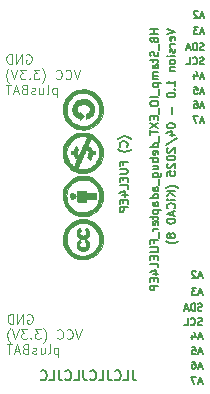
<source format=gbr>
%TF.GenerationSoftware,KiCad,Pcbnew,8.0.9-8.0.9-0~ubuntu22.04.1*%
%TF.CreationDate,2025-04-17T16:20:49+02:00*%
%TF.ProjectId,HB_Stamp_IO_EXT_debug_adapter_FUEL4EP,48425f53-7461-46d7-905f-494f5f455854,1.0*%
%TF.SameCoordinates,Original*%
%TF.FileFunction,Legend,Bot*%
%TF.FilePolarity,Positive*%
%FSLAX46Y46*%
G04 Gerber Fmt 4.6, Leading zero omitted, Abs format (unit mm)*
G04 Created by KiCad (PCBNEW 8.0.9-8.0.9-0~ubuntu22.04.1) date 2025-04-17 16:20:49*
%MOMM*%
%LPD*%
G01*
G04 APERTURE LIST*
%ADD10C,0.150000*%
%ADD11C,0.100000*%
%ADD12C,0.152400*%
%ADD13C,0.010000*%
%ADD14R,1.000000X1.000000*%
%ADD15O,1.000000X1.000000*%
G04 APERTURE END LIST*
D10*
X19243430Y24538657D02*
X18957716Y24538657D01*
X19300573Y24367228D02*
X19100573Y24967228D01*
X19100573Y24967228D02*
X18900573Y24367228D01*
X18443430Y24967228D02*
X18557715Y24967228D01*
X18557715Y24967228D02*
X18614858Y24938657D01*
X18614858Y24938657D02*
X18643430Y24910085D01*
X18643430Y24910085D02*
X18700572Y24824371D01*
X18700572Y24824371D02*
X18729144Y24710085D01*
X18729144Y24710085D02*
X18729144Y24481514D01*
X18729144Y24481514D02*
X18700572Y24424371D01*
X18700572Y24424371D02*
X18672001Y24395800D01*
X18672001Y24395800D02*
X18614858Y24367228D01*
X18614858Y24367228D02*
X18500572Y24367228D01*
X18500572Y24367228D02*
X18443430Y24395800D01*
X18443430Y24395800D02*
X18414858Y24424371D01*
X18414858Y24424371D02*
X18386287Y24481514D01*
X18386287Y24481514D02*
X18386287Y24624371D01*
X18386287Y24624371D02*
X18414858Y24681514D01*
X18414858Y24681514D02*
X18443430Y24710085D01*
X18443430Y24710085D02*
X18500572Y24738657D01*
X18500572Y24738657D02*
X18614858Y24738657D01*
X18614858Y24738657D02*
X18672001Y24710085D01*
X18672001Y24710085D02*
X18700572Y24681514D01*
X18700572Y24681514D02*
X18729144Y24624371D01*
X16116033Y31084649D02*
X16816033Y30851316D01*
X16816033Y30851316D02*
X16116033Y30617982D01*
X16782700Y30117982D02*
X16816033Y30184649D01*
X16816033Y30184649D02*
X16816033Y30317982D01*
X16816033Y30317982D02*
X16782700Y30384649D01*
X16782700Y30384649D02*
X16716033Y30417982D01*
X16716033Y30417982D02*
X16449366Y30417982D01*
X16449366Y30417982D02*
X16382700Y30384649D01*
X16382700Y30384649D02*
X16349366Y30317982D01*
X16349366Y30317982D02*
X16349366Y30184649D01*
X16349366Y30184649D02*
X16382700Y30117982D01*
X16382700Y30117982D02*
X16449366Y30084649D01*
X16449366Y30084649D02*
X16516033Y30084649D01*
X16516033Y30084649D02*
X16582700Y30417982D01*
X16816033Y29784649D02*
X16349366Y29784649D01*
X16482700Y29784649D02*
X16416033Y29751316D01*
X16416033Y29751316D02*
X16382700Y29717982D01*
X16382700Y29717982D02*
X16349366Y29651316D01*
X16349366Y29651316D02*
X16349366Y29584649D01*
X16782700Y29384649D02*
X16816033Y29317983D01*
X16816033Y29317983D02*
X16816033Y29184649D01*
X16816033Y29184649D02*
X16782700Y29117983D01*
X16782700Y29117983D02*
X16716033Y29084649D01*
X16716033Y29084649D02*
X16682700Y29084649D01*
X16682700Y29084649D02*
X16616033Y29117983D01*
X16616033Y29117983D02*
X16582700Y29184649D01*
X16582700Y29184649D02*
X16582700Y29284649D01*
X16582700Y29284649D02*
X16549366Y29351316D01*
X16549366Y29351316D02*
X16482700Y29384649D01*
X16482700Y29384649D02*
X16449366Y29384649D01*
X16449366Y29384649D02*
X16382700Y29351316D01*
X16382700Y29351316D02*
X16349366Y29284649D01*
X16349366Y29284649D02*
X16349366Y29184649D01*
X16349366Y29184649D02*
X16382700Y29117983D01*
X16816033Y28784649D02*
X16349366Y28784649D01*
X16116033Y28784649D02*
X16149366Y28817982D01*
X16149366Y28817982D02*
X16182700Y28784649D01*
X16182700Y28784649D02*
X16149366Y28751316D01*
X16149366Y28751316D02*
X16116033Y28784649D01*
X16116033Y28784649D02*
X16182700Y28784649D01*
X16816033Y28351316D02*
X16782700Y28417983D01*
X16782700Y28417983D02*
X16749366Y28451316D01*
X16749366Y28451316D02*
X16682700Y28484649D01*
X16682700Y28484649D02*
X16482700Y28484649D01*
X16482700Y28484649D02*
X16416033Y28451316D01*
X16416033Y28451316D02*
X16382700Y28417983D01*
X16382700Y28417983D02*
X16349366Y28351316D01*
X16349366Y28351316D02*
X16349366Y28251316D01*
X16349366Y28251316D02*
X16382700Y28184649D01*
X16382700Y28184649D02*
X16416033Y28151316D01*
X16416033Y28151316D02*
X16482700Y28117983D01*
X16482700Y28117983D02*
X16682700Y28117983D01*
X16682700Y28117983D02*
X16749366Y28151316D01*
X16749366Y28151316D02*
X16782700Y28184649D01*
X16782700Y28184649D02*
X16816033Y28251316D01*
X16816033Y28251316D02*
X16816033Y28351316D01*
X16349366Y27817983D02*
X16816033Y27817983D01*
X16416033Y27817983D02*
X16382700Y27784650D01*
X16382700Y27784650D02*
X16349366Y27717983D01*
X16349366Y27717983D02*
X16349366Y27617983D01*
X16349366Y27617983D02*
X16382700Y27551316D01*
X16382700Y27551316D02*
X16449366Y27517983D01*
X16449366Y27517983D02*
X16816033Y27517983D01*
X16816033Y26284650D02*
X16816033Y26684650D01*
X16816033Y26484650D02*
X16116033Y26484650D01*
X16116033Y26484650D02*
X16216033Y26551317D01*
X16216033Y26551317D02*
X16282700Y26617984D01*
X16282700Y26617984D02*
X16316033Y26684650D01*
X16749366Y25984650D02*
X16782700Y25951317D01*
X16782700Y25951317D02*
X16816033Y25984650D01*
X16816033Y25984650D02*
X16782700Y26017983D01*
X16782700Y26017983D02*
X16749366Y25984650D01*
X16749366Y25984650D02*
X16816033Y25984650D01*
X16116033Y25517984D02*
X16116033Y25451317D01*
X16116033Y25451317D02*
X16149366Y25384650D01*
X16149366Y25384650D02*
X16182700Y25351317D01*
X16182700Y25351317D02*
X16249366Y25317984D01*
X16249366Y25317984D02*
X16382700Y25284650D01*
X16382700Y25284650D02*
X16549366Y25284650D01*
X16549366Y25284650D02*
X16682700Y25317984D01*
X16682700Y25317984D02*
X16749366Y25351317D01*
X16749366Y25351317D02*
X16782700Y25384650D01*
X16782700Y25384650D02*
X16816033Y25451317D01*
X16816033Y25451317D02*
X16816033Y25517984D01*
X16816033Y25517984D02*
X16782700Y25584650D01*
X16782700Y25584650D02*
X16749366Y25617984D01*
X16749366Y25617984D02*
X16682700Y25651317D01*
X16682700Y25651317D02*
X16549366Y25684650D01*
X16549366Y25684650D02*
X16382700Y25684650D01*
X16382700Y25684650D02*
X16249366Y25651317D01*
X16249366Y25651317D02*
X16182700Y25617984D01*
X16182700Y25617984D02*
X16149366Y25584650D01*
X16149366Y25584650D02*
X16116033Y25517984D01*
X16549366Y24451317D02*
X16549366Y23917984D01*
X16116033Y22917984D02*
X16116033Y22851317D01*
X16116033Y22851317D02*
X16149366Y22784650D01*
X16149366Y22784650D02*
X16182700Y22751317D01*
X16182700Y22751317D02*
X16249366Y22717984D01*
X16249366Y22717984D02*
X16382700Y22684650D01*
X16382700Y22684650D02*
X16549366Y22684650D01*
X16549366Y22684650D02*
X16682700Y22717984D01*
X16682700Y22717984D02*
X16749366Y22751317D01*
X16749366Y22751317D02*
X16782700Y22784650D01*
X16782700Y22784650D02*
X16816033Y22851317D01*
X16816033Y22851317D02*
X16816033Y22917984D01*
X16816033Y22917984D02*
X16782700Y22984650D01*
X16782700Y22984650D02*
X16749366Y23017984D01*
X16749366Y23017984D02*
X16682700Y23051317D01*
X16682700Y23051317D02*
X16549366Y23084650D01*
X16549366Y23084650D02*
X16382700Y23084650D01*
X16382700Y23084650D02*
X16249366Y23051317D01*
X16249366Y23051317D02*
X16182700Y23017984D01*
X16182700Y23017984D02*
X16149366Y22984650D01*
X16149366Y22984650D02*
X16116033Y22917984D01*
X16349366Y22084650D02*
X16816033Y22084650D01*
X16082700Y22251317D02*
X16582700Y22417983D01*
X16582700Y22417983D02*
X16582700Y21984650D01*
X16082700Y21217983D02*
X16982700Y21817983D01*
X16182700Y21017983D02*
X16149366Y20984650D01*
X16149366Y20984650D02*
X16116033Y20917983D01*
X16116033Y20917983D02*
X16116033Y20751317D01*
X16116033Y20751317D02*
X16149366Y20684650D01*
X16149366Y20684650D02*
X16182700Y20651317D01*
X16182700Y20651317D02*
X16249366Y20617983D01*
X16249366Y20617983D02*
X16316033Y20617983D01*
X16316033Y20617983D02*
X16416033Y20651317D01*
X16416033Y20651317D02*
X16816033Y21051317D01*
X16816033Y21051317D02*
X16816033Y20617983D01*
X16116033Y20184650D02*
X16116033Y20117983D01*
X16116033Y20117983D02*
X16149366Y20051316D01*
X16149366Y20051316D02*
X16182700Y20017983D01*
X16182700Y20017983D02*
X16249366Y19984650D01*
X16249366Y19984650D02*
X16382700Y19951316D01*
X16382700Y19951316D02*
X16549366Y19951316D01*
X16549366Y19951316D02*
X16682700Y19984650D01*
X16682700Y19984650D02*
X16749366Y20017983D01*
X16749366Y20017983D02*
X16782700Y20051316D01*
X16782700Y20051316D02*
X16816033Y20117983D01*
X16816033Y20117983D02*
X16816033Y20184650D01*
X16816033Y20184650D02*
X16782700Y20251316D01*
X16782700Y20251316D02*
X16749366Y20284650D01*
X16749366Y20284650D02*
X16682700Y20317983D01*
X16682700Y20317983D02*
X16549366Y20351316D01*
X16549366Y20351316D02*
X16382700Y20351316D01*
X16382700Y20351316D02*
X16249366Y20317983D01*
X16249366Y20317983D02*
X16182700Y20284650D01*
X16182700Y20284650D02*
X16149366Y20251316D01*
X16149366Y20251316D02*
X16116033Y20184650D01*
X16182700Y19684649D02*
X16149366Y19651316D01*
X16149366Y19651316D02*
X16116033Y19584649D01*
X16116033Y19584649D02*
X16116033Y19417983D01*
X16116033Y19417983D02*
X16149366Y19351316D01*
X16149366Y19351316D02*
X16182700Y19317983D01*
X16182700Y19317983D02*
X16249366Y19284649D01*
X16249366Y19284649D02*
X16316033Y19284649D01*
X16316033Y19284649D02*
X16416033Y19317983D01*
X16416033Y19317983D02*
X16816033Y19717983D01*
X16816033Y19717983D02*
X16816033Y19284649D01*
X16116033Y18651316D02*
X16116033Y18984649D01*
X16116033Y18984649D02*
X16449366Y19017982D01*
X16449366Y19017982D02*
X16416033Y18984649D01*
X16416033Y18984649D02*
X16382700Y18917982D01*
X16382700Y18917982D02*
X16382700Y18751316D01*
X16382700Y18751316D02*
X16416033Y18684649D01*
X16416033Y18684649D02*
X16449366Y18651316D01*
X16449366Y18651316D02*
X16516033Y18617982D01*
X16516033Y18617982D02*
X16682700Y18617982D01*
X16682700Y18617982D02*
X16749366Y18651316D01*
X16749366Y18651316D02*
X16782700Y18684649D01*
X16782700Y18684649D02*
X16816033Y18751316D01*
X16816033Y18751316D02*
X16816033Y18917982D01*
X16816033Y18917982D02*
X16782700Y18984649D01*
X16782700Y18984649D02*
X16749366Y19017982D01*
X17082700Y17584649D02*
X17049366Y17617982D01*
X17049366Y17617982D02*
X16949366Y17684649D01*
X16949366Y17684649D02*
X16882700Y17717982D01*
X16882700Y17717982D02*
X16782700Y17751316D01*
X16782700Y17751316D02*
X16616033Y17784649D01*
X16616033Y17784649D02*
X16482700Y17784649D01*
X16482700Y17784649D02*
X16316033Y17751316D01*
X16316033Y17751316D02*
X16216033Y17717982D01*
X16216033Y17717982D02*
X16149366Y17684649D01*
X16149366Y17684649D02*
X16049366Y17617982D01*
X16049366Y17617982D02*
X16016033Y17584649D01*
X16816033Y17317982D02*
X16116033Y17317982D01*
X16816033Y16917982D02*
X16416033Y17217982D01*
X16116033Y16917982D02*
X16516033Y17317982D01*
X16816033Y16617982D02*
X16349366Y16617982D01*
X16116033Y16617982D02*
X16149366Y16651315D01*
X16149366Y16651315D02*
X16182700Y16617982D01*
X16182700Y16617982D02*
X16149366Y16584649D01*
X16149366Y16584649D02*
X16116033Y16617982D01*
X16116033Y16617982D02*
X16182700Y16617982D01*
X16749366Y15884649D02*
X16782700Y15917982D01*
X16782700Y15917982D02*
X16816033Y16017982D01*
X16816033Y16017982D02*
X16816033Y16084649D01*
X16816033Y16084649D02*
X16782700Y16184649D01*
X16782700Y16184649D02*
X16716033Y16251316D01*
X16716033Y16251316D02*
X16649366Y16284649D01*
X16649366Y16284649D02*
X16516033Y16317982D01*
X16516033Y16317982D02*
X16416033Y16317982D01*
X16416033Y16317982D02*
X16282700Y16284649D01*
X16282700Y16284649D02*
X16216033Y16251316D01*
X16216033Y16251316D02*
X16149366Y16184649D01*
X16149366Y16184649D02*
X16116033Y16084649D01*
X16116033Y16084649D02*
X16116033Y16017982D01*
X16116033Y16017982D02*
X16149366Y15917982D01*
X16149366Y15917982D02*
X16182700Y15884649D01*
X16616033Y15617982D02*
X16616033Y15284649D01*
X16816033Y15684649D02*
X16116033Y15451316D01*
X16116033Y15451316D02*
X16816033Y15217982D01*
X16816033Y14984649D02*
X16116033Y14984649D01*
X16116033Y14984649D02*
X16116033Y14817982D01*
X16116033Y14817982D02*
X16149366Y14717982D01*
X16149366Y14717982D02*
X16216033Y14651316D01*
X16216033Y14651316D02*
X16282700Y14617982D01*
X16282700Y14617982D02*
X16416033Y14584649D01*
X16416033Y14584649D02*
X16516033Y14584649D01*
X16516033Y14584649D02*
X16649366Y14617982D01*
X16649366Y14617982D02*
X16716033Y14651316D01*
X16716033Y14651316D02*
X16782700Y14717982D01*
X16782700Y14717982D02*
X16816033Y14817982D01*
X16816033Y14817982D02*
X16816033Y14984649D01*
X16416033Y13651316D02*
X16382700Y13717983D01*
X16382700Y13717983D02*
X16349366Y13751316D01*
X16349366Y13751316D02*
X16282700Y13784649D01*
X16282700Y13784649D02*
X16249366Y13784649D01*
X16249366Y13784649D02*
X16182700Y13751316D01*
X16182700Y13751316D02*
X16149366Y13717983D01*
X16149366Y13717983D02*
X16116033Y13651316D01*
X16116033Y13651316D02*
X16116033Y13517983D01*
X16116033Y13517983D02*
X16149366Y13451316D01*
X16149366Y13451316D02*
X16182700Y13417983D01*
X16182700Y13417983D02*
X16249366Y13384649D01*
X16249366Y13384649D02*
X16282700Y13384649D01*
X16282700Y13384649D02*
X16349366Y13417983D01*
X16349366Y13417983D02*
X16382700Y13451316D01*
X16382700Y13451316D02*
X16416033Y13517983D01*
X16416033Y13517983D02*
X16416033Y13651316D01*
X16416033Y13651316D02*
X16449366Y13717983D01*
X16449366Y13717983D02*
X16482700Y13751316D01*
X16482700Y13751316D02*
X16549366Y13784649D01*
X16549366Y13784649D02*
X16682700Y13784649D01*
X16682700Y13784649D02*
X16749366Y13751316D01*
X16749366Y13751316D02*
X16782700Y13717983D01*
X16782700Y13717983D02*
X16816033Y13651316D01*
X16816033Y13651316D02*
X16816033Y13517983D01*
X16816033Y13517983D02*
X16782700Y13451316D01*
X16782700Y13451316D02*
X16749366Y13417983D01*
X16749366Y13417983D02*
X16682700Y13384649D01*
X16682700Y13384649D02*
X16549366Y13384649D01*
X16549366Y13384649D02*
X16482700Y13417983D01*
X16482700Y13417983D02*
X16449366Y13451316D01*
X16449366Y13451316D02*
X16416033Y13517983D01*
X17082700Y13151316D02*
X17049366Y13117982D01*
X17049366Y13117982D02*
X16949366Y13051316D01*
X16949366Y13051316D02*
X16882700Y13017982D01*
X16882700Y13017982D02*
X16782700Y12984649D01*
X16782700Y12984649D02*
X16616033Y12951316D01*
X16616033Y12951316D02*
X16482700Y12951316D01*
X16482700Y12951316D02*
X16316033Y12984649D01*
X16316033Y12984649D02*
X16216033Y13017982D01*
X16216033Y13017982D02*
X16149366Y13051316D01*
X16149366Y13051316D02*
X16049366Y13117982D01*
X16049366Y13117982D02*
X16016033Y13151316D01*
D11*
X8799999Y27635104D02*
X8533332Y26835104D01*
X8533332Y26835104D02*
X8266666Y27635104D01*
X7542856Y26911295D02*
X7580952Y26873200D01*
X7580952Y26873200D02*
X7695237Y26835104D01*
X7695237Y26835104D02*
X7771428Y26835104D01*
X7771428Y26835104D02*
X7885714Y26873200D01*
X7885714Y26873200D02*
X7961904Y26949390D01*
X7961904Y26949390D02*
X7999999Y27025580D01*
X7999999Y27025580D02*
X8038095Y27177961D01*
X8038095Y27177961D02*
X8038095Y27292247D01*
X8038095Y27292247D02*
X7999999Y27444628D01*
X7999999Y27444628D02*
X7961904Y27520819D01*
X7961904Y27520819D02*
X7885714Y27597009D01*
X7885714Y27597009D02*
X7771428Y27635104D01*
X7771428Y27635104D02*
X7695237Y27635104D01*
X7695237Y27635104D02*
X7580952Y27597009D01*
X7580952Y27597009D02*
X7542856Y27558914D01*
X6742856Y26911295D02*
X6780952Y26873200D01*
X6780952Y26873200D02*
X6895237Y26835104D01*
X6895237Y26835104D02*
X6971428Y26835104D01*
X6971428Y26835104D02*
X7085714Y26873200D01*
X7085714Y26873200D02*
X7161904Y26949390D01*
X7161904Y26949390D02*
X7199999Y27025580D01*
X7199999Y27025580D02*
X7238095Y27177961D01*
X7238095Y27177961D02*
X7238095Y27292247D01*
X7238095Y27292247D02*
X7199999Y27444628D01*
X7199999Y27444628D02*
X7161904Y27520819D01*
X7161904Y27520819D02*
X7085714Y27597009D01*
X7085714Y27597009D02*
X6971428Y27635104D01*
X6971428Y27635104D02*
X6895237Y27635104D01*
X6895237Y27635104D02*
X6780952Y27597009D01*
X6780952Y27597009D02*
X6742856Y27558914D01*
X5561904Y26530342D02*
X5599999Y26568438D01*
X5599999Y26568438D02*
X5676190Y26682723D01*
X5676190Y26682723D02*
X5714285Y26758914D01*
X5714285Y26758914D02*
X5752380Y26873200D01*
X5752380Y26873200D02*
X5790475Y27063676D01*
X5790475Y27063676D02*
X5790475Y27216057D01*
X5790475Y27216057D02*
X5752380Y27406533D01*
X5752380Y27406533D02*
X5714285Y27520819D01*
X5714285Y27520819D02*
X5676190Y27597009D01*
X5676190Y27597009D02*
X5599999Y27711295D01*
X5599999Y27711295D02*
X5561904Y27749390D01*
X5333333Y27635104D02*
X4838095Y27635104D01*
X4838095Y27635104D02*
X5104761Y27330342D01*
X5104761Y27330342D02*
X4990476Y27330342D01*
X4990476Y27330342D02*
X4914285Y27292247D01*
X4914285Y27292247D02*
X4876190Y27254152D01*
X4876190Y27254152D02*
X4838095Y27177961D01*
X4838095Y27177961D02*
X4838095Y26987485D01*
X4838095Y26987485D02*
X4876190Y26911295D01*
X4876190Y26911295D02*
X4914285Y26873200D01*
X4914285Y26873200D02*
X4990476Y26835104D01*
X4990476Y26835104D02*
X5219047Y26835104D01*
X5219047Y26835104D02*
X5295238Y26873200D01*
X5295238Y26873200D02*
X5333333Y26911295D01*
X4495237Y26911295D02*
X4457142Y26873200D01*
X4457142Y26873200D02*
X4495237Y26835104D01*
X4495237Y26835104D02*
X4533333Y26873200D01*
X4533333Y26873200D02*
X4495237Y26911295D01*
X4495237Y26911295D02*
X4495237Y26835104D01*
X4190476Y27635104D02*
X3695238Y27635104D01*
X3695238Y27635104D02*
X3961904Y27330342D01*
X3961904Y27330342D02*
X3847619Y27330342D01*
X3847619Y27330342D02*
X3771428Y27292247D01*
X3771428Y27292247D02*
X3733333Y27254152D01*
X3733333Y27254152D02*
X3695238Y27177961D01*
X3695238Y27177961D02*
X3695238Y26987485D01*
X3695238Y26987485D02*
X3733333Y26911295D01*
X3733333Y26911295D02*
X3771428Y26873200D01*
X3771428Y26873200D02*
X3847619Y26835104D01*
X3847619Y26835104D02*
X4076190Y26835104D01*
X4076190Y26835104D02*
X4152381Y26873200D01*
X4152381Y26873200D02*
X4190476Y26911295D01*
X3466666Y27635104D02*
X3199999Y26835104D01*
X3199999Y26835104D02*
X2933333Y27635104D01*
X2742857Y26530342D02*
X2704762Y26568438D01*
X2704762Y26568438D02*
X2628571Y26682723D01*
X2628571Y26682723D02*
X2590476Y26758914D01*
X2590476Y26758914D02*
X2552381Y26873200D01*
X2552381Y26873200D02*
X2514285Y27063676D01*
X2514285Y27063676D02*
X2514285Y27216057D01*
X2514285Y27216057D02*
X2552381Y27406533D01*
X2552381Y27406533D02*
X2590476Y27520819D01*
X2590476Y27520819D02*
X2628571Y27597009D01*
X2628571Y27597009D02*
X2704762Y27711295D01*
X2704762Y27711295D02*
X2742857Y27749390D01*
D10*
X19243430Y23268657D02*
X18957716Y23268657D01*
X19300573Y23097228D02*
X19100573Y23697228D01*
X19100573Y23697228D02*
X18900573Y23097228D01*
X18757715Y23697228D02*
X18357715Y23697228D01*
X18357715Y23697228D02*
X18614858Y23097228D01*
X19243430Y28104200D02*
X19157716Y28075628D01*
X19157716Y28075628D02*
X19014858Y28075628D01*
X19014858Y28075628D02*
X18957716Y28104200D01*
X18957716Y28104200D02*
X18929144Y28132771D01*
X18929144Y28132771D02*
X18900573Y28189914D01*
X18900573Y28189914D02*
X18900573Y28247057D01*
X18900573Y28247057D02*
X18929144Y28304200D01*
X18929144Y28304200D02*
X18957716Y28332771D01*
X18957716Y28332771D02*
X19014858Y28361342D01*
X19014858Y28361342D02*
X19129144Y28389914D01*
X19129144Y28389914D02*
X19186287Y28418485D01*
X19186287Y28418485D02*
X19214858Y28447057D01*
X19214858Y28447057D02*
X19243430Y28504200D01*
X19243430Y28504200D02*
X19243430Y28561342D01*
X19243430Y28561342D02*
X19214858Y28618485D01*
X19214858Y28618485D02*
X19186287Y28647057D01*
X19186287Y28647057D02*
X19129144Y28675628D01*
X19129144Y28675628D02*
X18986287Y28675628D01*
X18986287Y28675628D02*
X18900573Y28647057D01*
X18300572Y28132771D02*
X18329144Y28104200D01*
X18329144Y28104200D02*
X18414858Y28075628D01*
X18414858Y28075628D02*
X18472001Y28075628D01*
X18472001Y28075628D02*
X18557715Y28104200D01*
X18557715Y28104200D02*
X18614858Y28161342D01*
X18614858Y28161342D02*
X18643429Y28218485D01*
X18643429Y28218485D02*
X18672001Y28332771D01*
X18672001Y28332771D02*
X18672001Y28418485D01*
X18672001Y28418485D02*
X18643429Y28532771D01*
X18643429Y28532771D02*
X18614858Y28589914D01*
X18614858Y28589914D02*
X18557715Y28647057D01*
X18557715Y28647057D02*
X18472001Y28675628D01*
X18472001Y28675628D02*
X18414858Y28675628D01*
X18414858Y28675628D02*
X18329144Y28647057D01*
X18329144Y28647057D02*
X18300572Y28618485D01*
X17757715Y28075628D02*
X18043429Y28075628D01*
X18043429Y28075628D02*
X18043429Y28675628D01*
X19087030Y1211857D02*
X18801316Y1211857D01*
X19144173Y1040428D02*
X18944173Y1640428D01*
X18944173Y1640428D02*
X18744173Y1040428D01*
X18601315Y1640428D02*
X18201315Y1640428D01*
X18201315Y1640428D02*
X18458458Y1040428D01*
X19087030Y4971057D02*
X18801316Y4971057D01*
X19144173Y4799628D02*
X18944173Y5399628D01*
X18944173Y5399628D02*
X18744173Y4799628D01*
X18287030Y5199628D02*
X18287030Y4799628D01*
X18429887Y5428200D02*
X18572744Y4999628D01*
X18572744Y4999628D02*
X18201315Y4999628D01*
D11*
X4309523Y6897009D02*
X4385713Y6935104D01*
X4385713Y6935104D02*
X4499999Y6935104D01*
X4499999Y6935104D02*
X4614285Y6897009D01*
X4614285Y6897009D02*
X4690475Y6820819D01*
X4690475Y6820819D02*
X4728570Y6744628D01*
X4728570Y6744628D02*
X4766666Y6592247D01*
X4766666Y6592247D02*
X4766666Y6477961D01*
X4766666Y6477961D02*
X4728570Y6325580D01*
X4728570Y6325580D02*
X4690475Y6249390D01*
X4690475Y6249390D02*
X4614285Y6173200D01*
X4614285Y6173200D02*
X4499999Y6135104D01*
X4499999Y6135104D02*
X4423808Y6135104D01*
X4423808Y6135104D02*
X4309523Y6173200D01*
X4309523Y6173200D02*
X4271427Y6211295D01*
X4271427Y6211295D02*
X4271427Y6477961D01*
X4271427Y6477961D02*
X4423808Y6477961D01*
X3928570Y6135104D02*
X3928570Y6935104D01*
X3928570Y6935104D02*
X3471427Y6135104D01*
X3471427Y6135104D02*
X3471427Y6935104D01*
X3090475Y6135104D02*
X3090475Y6935104D01*
X3090475Y6935104D02*
X2899999Y6935104D01*
X2899999Y6935104D02*
X2785713Y6897009D01*
X2785713Y6897009D02*
X2709523Y6820819D01*
X2709523Y6820819D02*
X2671428Y6744628D01*
X2671428Y6744628D02*
X2633332Y6592247D01*
X2633332Y6592247D02*
X2633332Y6477961D01*
X2633332Y6477961D02*
X2671428Y6325580D01*
X2671428Y6325580D02*
X2709523Y6249390D01*
X2709523Y6249390D02*
X2785713Y6173200D01*
X2785713Y6173200D02*
X2899999Y6135104D01*
X2899999Y6135104D02*
X3090475Y6135104D01*
D10*
X19087030Y7266600D02*
X19001316Y7238028D01*
X19001316Y7238028D02*
X18858458Y7238028D01*
X18858458Y7238028D02*
X18801316Y7266600D01*
X18801316Y7266600D02*
X18772744Y7295171D01*
X18772744Y7295171D02*
X18744173Y7352314D01*
X18744173Y7352314D02*
X18744173Y7409457D01*
X18744173Y7409457D02*
X18772744Y7466600D01*
X18772744Y7466600D02*
X18801316Y7495171D01*
X18801316Y7495171D02*
X18858458Y7523742D01*
X18858458Y7523742D02*
X18972744Y7552314D01*
X18972744Y7552314D02*
X19029887Y7580885D01*
X19029887Y7580885D02*
X19058458Y7609457D01*
X19058458Y7609457D02*
X19087030Y7666600D01*
X19087030Y7666600D02*
X19087030Y7723742D01*
X19087030Y7723742D02*
X19058458Y7780885D01*
X19058458Y7780885D02*
X19029887Y7809457D01*
X19029887Y7809457D02*
X18972744Y7838028D01*
X18972744Y7838028D02*
X18829887Y7838028D01*
X18829887Y7838028D02*
X18744173Y7809457D01*
X18487029Y7238028D02*
X18487029Y7838028D01*
X18487029Y7838028D02*
X18344172Y7838028D01*
X18344172Y7838028D02*
X18258458Y7809457D01*
X18258458Y7809457D02*
X18201315Y7752314D01*
X18201315Y7752314D02*
X18172744Y7695171D01*
X18172744Y7695171D02*
X18144172Y7580885D01*
X18144172Y7580885D02*
X18144172Y7495171D01*
X18144172Y7495171D02*
X18172744Y7380885D01*
X18172744Y7380885D02*
X18201315Y7323742D01*
X18201315Y7323742D02*
X18258458Y7266600D01*
X18258458Y7266600D02*
X18344172Y7238028D01*
X18344172Y7238028D02*
X18487029Y7238028D01*
X17915601Y7409457D02*
X17629887Y7409457D01*
X17972744Y7238028D02*
X17772744Y7838028D01*
X17772744Y7838028D02*
X17572744Y7238028D01*
X15405633Y31086249D02*
X14705633Y31086249D01*
X15038966Y31086249D02*
X15038966Y30686249D01*
X15405633Y30686249D02*
X14705633Y30686249D01*
X15038966Y30119583D02*
X15072300Y30019583D01*
X15072300Y30019583D02*
X15105633Y29986249D01*
X15105633Y29986249D02*
X15172300Y29952916D01*
X15172300Y29952916D02*
X15272300Y29952916D01*
X15272300Y29952916D02*
X15338966Y29986249D01*
X15338966Y29986249D02*
X15372300Y30019583D01*
X15372300Y30019583D02*
X15405633Y30086249D01*
X15405633Y30086249D02*
X15405633Y30352916D01*
X15405633Y30352916D02*
X14705633Y30352916D01*
X14705633Y30352916D02*
X14705633Y30119583D01*
X14705633Y30119583D02*
X14738966Y30052916D01*
X14738966Y30052916D02*
X14772300Y30019583D01*
X14772300Y30019583D02*
X14838966Y29986249D01*
X14838966Y29986249D02*
X14905633Y29986249D01*
X14905633Y29986249D02*
X14972300Y30019583D01*
X14972300Y30019583D02*
X15005633Y30052916D01*
X15005633Y30052916D02*
X15038966Y30119583D01*
X15038966Y30119583D02*
X15038966Y30352916D01*
X15472300Y29819583D02*
X15472300Y29286249D01*
X15372300Y29152916D02*
X15405633Y29052916D01*
X15405633Y29052916D02*
X15405633Y28886250D01*
X15405633Y28886250D02*
X15372300Y28819583D01*
X15372300Y28819583D02*
X15338966Y28786250D01*
X15338966Y28786250D02*
X15272300Y28752916D01*
X15272300Y28752916D02*
X15205633Y28752916D01*
X15205633Y28752916D02*
X15138966Y28786250D01*
X15138966Y28786250D02*
X15105633Y28819583D01*
X15105633Y28819583D02*
X15072300Y28886250D01*
X15072300Y28886250D02*
X15038966Y29019583D01*
X15038966Y29019583D02*
X15005633Y29086250D01*
X15005633Y29086250D02*
X14972300Y29119583D01*
X14972300Y29119583D02*
X14905633Y29152916D01*
X14905633Y29152916D02*
X14838966Y29152916D01*
X14838966Y29152916D02*
X14772300Y29119583D01*
X14772300Y29119583D02*
X14738966Y29086250D01*
X14738966Y29086250D02*
X14705633Y29019583D01*
X14705633Y29019583D02*
X14705633Y28852916D01*
X14705633Y28852916D02*
X14738966Y28752916D01*
X14938966Y28552916D02*
X14938966Y28286249D01*
X14705633Y28452916D02*
X15305633Y28452916D01*
X15305633Y28452916D02*
X15372300Y28419583D01*
X15372300Y28419583D02*
X15405633Y28352916D01*
X15405633Y28352916D02*
X15405633Y28286249D01*
X15405633Y27752916D02*
X15038966Y27752916D01*
X15038966Y27752916D02*
X14972300Y27786249D01*
X14972300Y27786249D02*
X14938966Y27852916D01*
X14938966Y27852916D02*
X14938966Y27986249D01*
X14938966Y27986249D02*
X14972300Y28052916D01*
X15372300Y27752916D02*
X15405633Y27819583D01*
X15405633Y27819583D02*
X15405633Y27986249D01*
X15405633Y27986249D02*
X15372300Y28052916D01*
X15372300Y28052916D02*
X15305633Y28086249D01*
X15305633Y28086249D02*
X15238966Y28086249D01*
X15238966Y28086249D02*
X15172300Y28052916D01*
X15172300Y28052916D02*
X15138966Y27986249D01*
X15138966Y27986249D02*
X15138966Y27819583D01*
X15138966Y27819583D02*
X15105633Y27752916D01*
X15405633Y27419583D02*
X14938966Y27419583D01*
X15005633Y27419583D02*
X14972300Y27386250D01*
X14972300Y27386250D02*
X14938966Y27319583D01*
X14938966Y27319583D02*
X14938966Y27219583D01*
X14938966Y27219583D02*
X14972300Y27152916D01*
X14972300Y27152916D02*
X15038966Y27119583D01*
X15038966Y27119583D02*
X15405633Y27119583D01*
X15038966Y27119583D02*
X14972300Y27086250D01*
X14972300Y27086250D02*
X14938966Y27019583D01*
X14938966Y27019583D02*
X14938966Y26919583D01*
X14938966Y26919583D02*
X14972300Y26852916D01*
X14972300Y26852916D02*
X15038966Y26819583D01*
X15038966Y26819583D02*
X15405633Y26819583D01*
X14938966Y26486250D02*
X15638966Y26486250D01*
X14972300Y26486250D02*
X14938966Y26419583D01*
X14938966Y26419583D02*
X14938966Y26286250D01*
X14938966Y26286250D02*
X14972300Y26219583D01*
X14972300Y26219583D02*
X15005633Y26186250D01*
X15005633Y26186250D02*
X15072300Y26152917D01*
X15072300Y26152917D02*
X15272300Y26152917D01*
X15272300Y26152917D02*
X15338966Y26186250D01*
X15338966Y26186250D02*
X15372300Y26219583D01*
X15372300Y26219583D02*
X15405633Y26286250D01*
X15405633Y26286250D02*
X15405633Y26419583D01*
X15405633Y26419583D02*
X15372300Y26486250D01*
X15472300Y26019584D02*
X15472300Y25486250D01*
X15405633Y25319584D02*
X14705633Y25319584D01*
X14705633Y24852918D02*
X14705633Y24719584D01*
X14705633Y24719584D02*
X14738966Y24652918D01*
X14738966Y24652918D02*
X14805633Y24586251D01*
X14805633Y24586251D02*
X14938966Y24552918D01*
X14938966Y24552918D02*
X15172300Y24552918D01*
X15172300Y24552918D02*
X15305633Y24586251D01*
X15305633Y24586251D02*
X15372300Y24652918D01*
X15372300Y24652918D02*
X15405633Y24719584D01*
X15405633Y24719584D02*
X15405633Y24852918D01*
X15405633Y24852918D02*
X15372300Y24919584D01*
X15372300Y24919584D02*
X15305633Y24986251D01*
X15305633Y24986251D02*
X15172300Y25019584D01*
X15172300Y25019584D02*
X14938966Y25019584D01*
X14938966Y25019584D02*
X14805633Y24986251D01*
X14805633Y24986251D02*
X14738966Y24919584D01*
X14738966Y24919584D02*
X14705633Y24852918D01*
X15472300Y24419585D02*
X15472300Y23886251D01*
X15038966Y23719585D02*
X15038966Y23486252D01*
X15405633Y23386252D02*
X15405633Y23719585D01*
X15405633Y23719585D02*
X14705633Y23719585D01*
X14705633Y23719585D02*
X14705633Y23386252D01*
X14705633Y23152919D02*
X15405633Y22686252D01*
X14705633Y22686252D02*
X15405633Y23152919D01*
X14705633Y22519585D02*
X14705633Y22119585D01*
X15405633Y22319585D02*
X14705633Y22319585D01*
X15472300Y22052919D02*
X15472300Y21519585D01*
X15405633Y21052919D02*
X14705633Y21052919D01*
X15372300Y21052919D02*
X15405633Y21119586D01*
X15405633Y21119586D02*
X15405633Y21252919D01*
X15405633Y21252919D02*
X15372300Y21319586D01*
X15372300Y21319586D02*
X15338966Y21352919D01*
X15338966Y21352919D02*
X15272300Y21386252D01*
X15272300Y21386252D02*
X15072300Y21386252D01*
X15072300Y21386252D02*
X15005633Y21352919D01*
X15005633Y21352919D02*
X14972300Y21319586D01*
X14972300Y21319586D02*
X14938966Y21252919D01*
X14938966Y21252919D02*
X14938966Y21119586D01*
X14938966Y21119586D02*
X14972300Y21052919D01*
X15372300Y20452919D02*
X15405633Y20519586D01*
X15405633Y20519586D02*
X15405633Y20652919D01*
X15405633Y20652919D02*
X15372300Y20719586D01*
X15372300Y20719586D02*
X15305633Y20752919D01*
X15305633Y20752919D02*
X15038966Y20752919D01*
X15038966Y20752919D02*
X14972300Y20719586D01*
X14972300Y20719586D02*
X14938966Y20652919D01*
X14938966Y20652919D02*
X14938966Y20519586D01*
X14938966Y20519586D02*
X14972300Y20452919D01*
X14972300Y20452919D02*
X15038966Y20419586D01*
X15038966Y20419586D02*
X15105633Y20419586D01*
X15105633Y20419586D02*
X15172300Y20752919D01*
X15405633Y20119586D02*
X14705633Y20119586D01*
X14972300Y20119586D02*
X14938966Y20052919D01*
X14938966Y20052919D02*
X14938966Y19919586D01*
X14938966Y19919586D02*
X14972300Y19852919D01*
X14972300Y19852919D02*
X15005633Y19819586D01*
X15005633Y19819586D02*
X15072300Y19786253D01*
X15072300Y19786253D02*
X15272300Y19786253D01*
X15272300Y19786253D02*
X15338966Y19819586D01*
X15338966Y19819586D02*
X15372300Y19852919D01*
X15372300Y19852919D02*
X15405633Y19919586D01*
X15405633Y19919586D02*
X15405633Y20052919D01*
X15405633Y20052919D02*
X15372300Y20119586D01*
X14938966Y19186253D02*
X15405633Y19186253D01*
X14938966Y19486253D02*
X15305633Y19486253D01*
X15305633Y19486253D02*
X15372300Y19452920D01*
X15372300Y19452920D02*
X15405633Y19386253D01*
X15405633Y19386253D02*
X15405633Y19286253D01*
X15405633Y19286253D02*
X15372300Y19219586D01*
X15372300Y19219586D02*
X15338966Y19186253D01*
X14938966Y18552920D02*
X15505633Y18552920D01*
X15505633Y18552920D02*
X15572300Y18586253D01*
X15572300Y18586253D02*
X15605633Y18619587D01*
X15605633Y18619587D02*
X15638966Y18686253D01*
X15638966Y18686253D02*
X15638966Y18786253D01*
X15638966Y18786253D02*
X15605633Y18852920D01*
X15372300Y18552920D02*
X15405633Y18619587D01*
X15405633Y18619587D02*
X15405633Y18752920D01*
X15405633Y18752920D02*
X15372300Y18819587D01*
X15372300Y18819587D02*
X15338966Y18852920D01*
X15338966Y18852920D02*
X15272300Y18886253D01*
X15272300Y18886253D02*
X15072300Y18886253D01*
X15072300Y18886253D02*
X15005633Y18852920D01*
X15005633Y18852920D02*
X14972300Y18819587D01*
X14972300Y18819587D02*
X14938966Y18752920D01*
X14938966Y18752920D02*
X14938966Y18619587D01*
X14938966Y18619587D02*
X14972300Y18552920D01*
X15472300Y18386254D02*
X15472300Y17852920D01*
X15405633Y17386254D02*
X15038966Y17386254D01*
X15038966Y17386254D02*
X14972300Y17419587D01*
X14972300Y17419587D02*
X14938966Y17486254D01*
X14938966Y17486254D02*
X14938966Y17619587D01*
X14938966Y17619587D02*
X14972300Y17686254D01*
X15372300Y17386254D02*
X15405633Y17452921D01*
X15405633Y17452921D02*
X15405633Y17619587D01*
X15405633Y17619587D02*
X15372300Y17686254D01*
X15372300Y17686254D02*
X15305633Y17719587D01*
X15305633Y17719587D02*
X15238966Y17719587D01*
X15238966Y17719587D02*
X15172300Y17686254D01*
X15172300Y17686254D02*
X15138966Y17619587D01*
X15138966Y17619587D02*
X15138966Y17452921D01*
X15138966Y17452921D02*
X15105633Y17386254D01*
X15405633Y16752921D02*
X14705633Y16752921D01*
X15372300Y16752921D02*
X15405633Y16819588D01*
X15405633Y16819588D02*
X15405633Y16952921D01*
X15405633Y16952921D02*
X15372300Y17019588D01*
X15372300Y17019588D02*
X15338966Y17052921D01*
X15338966Y17052921D02*
X15272300Y17086254D01*
X15272300Y17086254D02*
X15072300Y17086254D01*
X15072300Y17086254D02*
X15005633Y17052921D01*
X15005633Y17052921D02*
X14972300Y17019588D01*
X14972300Y17019588D02*
X14938966Y16952921D01*
X14938966Y16952921D02*
X14938966Y16819588D01*
X14938966Y16819588D02*
X14972300Y16752921D01*
X15405633Y16119588D02*
X15038966Y16119588D01*
X15038966Y16119588D02*
X14972300Y16152921D01*
X14972300Y16152921D02*
X14938966Y16219588D01*
X14938966Y16219588D02*
X14938966Y16352921D01*
X14938966Y16352921D02*
X14972300Y16419588D01*
X15372300Y16119588D02*
X15405633Y16186255D01*
X15405633Y16186255D02*
X15405633Y16352921D01*
X15405633Y16352921D02*
X15372300Y16419588D01*
X15372300Y16419588D02*
X15305633Y16452921D01*
X15305633Y16452921D02*
X15238966Y16452921D01*
X15238966Y16452921D02*
X15172300Y16419588D01*
X15172300Y16419588D02*
X15138966Y16352921D01*
X15138966Y16352921D02*
X15138966Y16186255D01*
X15138966Y16186255D02*
X15105633Y16119588D01*
X14938966Y15786255D02*
X15638966Y15786255D01*
X14972300Y15786255D02*
X14938966Y15719588D01*
X14938966Y15719588D02*
X14938966Y15586255D01*
X14938966Y15586255D02*
X14972300Y15519588D01*
X14972300Y15519588D02*
X15005633Y15486255D01*
X15005633Y15486255D02*
X15072300Y15452922D01*
X15072300Y15452922D02*
X15272300Y15452922D01*
X15272300Y15452922D02*
X15338966Y15486255D01*
X15338966Y15486255D02*
X15372300Y15519588D01*
X15372300Y15519588D02*
X15405633Y15586255D01*
X15405633Y15586255D02*
X15405633Y15719588D01*
X15405633Y15719588D02*
X15372300Y15786255D01*
X14938966Y15252922D02*
X14938966Y14986255D01*
X14705633Y15152922D02*
X15305633Y15152922D01*
X15305633Y15152922D02*
X15372300Y15119589D01*
X15372300Y15119589D02*
X15405633Y15052922D01*
X15405633Y15052922D02*
X15405633Y14986255D01*
X15372300Y14486255D02*
X15405633Y14552922D01*
X15405633Y14552922D02*
X15405633Y14686255D01*
X15405633Y14686255D02*
X15372300Y14752922D01*
X15372300Y14752922D02*
X15305633Y14786255D01*
X15305633Y14786255D02*
X15038966Y14786255D01*
X15038966Y14786255D02*
X14972300Y14752922D01*
X14972300Y14752922D02*
X14938966Y14686255D01*
X14938966Y14686255D02*
X14938966Y14552922D01*
X14938966Y14552922D02*
X14972300Y14486255D01*
X14972300Y14486255D02*
X15038966Y14452922D01*
X15038966Y14452922D02*
X15105633Y14452922D01*
X15105633Y14452922D02*
X15172300Y14786255D01*
X15405633Y14152922D02*
X14938966Y14152922D01*
X15072300Y14152922D02*
X15005633Y14119589D01*
X15005633Y14119589D02*
X14972300Y14086255D01*
X14972300Y14086255D02*
X14938966Y14019589D01*
X14938966Y14019589D02*
X14938966Y13952922D01*
X15472300Y13886256D02*
X15472300Y13352922D01*
X15038966Y12952923D02*
X15038966Y13186256D01*
X15405633Y13186256D02*
X14705633Y13186256D01*
X14705633Y13186256D02*
X14705633Y12852923D01*
X14705633Y12586256D02*
X15272300Y12586256D01*
X15272300Y12586256D02*
X15338966Y12552923D01*
X15338966Y12552923D02*
X15372300Y12519589D01*
X15372300Y12519589D02*
X15405633Y12452923D01*
X15405633Y12452923D02*
X15405633Y12319589D01*
X15405633Y12319589D02*
X15372300Y12252923D01*
X15372300Y12252923D02*
X15338966Y12219589D01*
X15338966Y12219589D02*
X15272300Y12186256D01*
X15272300Y12186256D02*
X14705633Y12186256D01*
X15038966Y11852923D02*
X15038966Y11619590D01*
X15405633Y11519590D02*
X15405633Y11852923D01*
X15405633Y11852923D02*
X14705633Y11852923D01*
X14705633Y11852923D02*
X14705633Y11519590D01*
X15405633Y10886257D02*
X15405633Y11219590D01*
X15405633Y11219590D02*
X14705633Y11219590D01*
X14938966Y10352923D02*
X15405633Y10352923D01*
X14672300Y10519590D02*
X15172300Y10686256D01*
X15172300Y10686256D02*
X15172300Y10252923D01*
X15038966Y9986256D02*
X15038966Y9752923D01*
X15405633Y9652923D02*
X15405633Y9986256D01*
X15405633Y9986256D02*
X14705633Y9986256D01*
X14705633Y9986256D02*
X14705633Y9652923D01*
X15405633Y9352923D02*
X14705633Y9352923D01*
X14705633Y9352923D02*
X14705633Y9086256D01*
X14705633Y9086256D02*
X14738966Y9019590D01*
X14738966Y9019590D02*
X14772300Y8986256D01*
X14772300Y8986256D02*
X14838966Y8952923D01*
X14838966Y8952923D02*
X14938966Y8952923D01*
X14938966Y8952923D02*
X15005633Y8986256D01*
X15005633Y8986256D02*
X15038966Y9019590D01*
X15038966Y9019590D02*
X15072300Y9086256D01*
X15072300Y9086256D02*
X15072300Y9352923D01*
X19243430Y27027857D02*
X18957716Y27027857D01*
X19300573Y26856428D02*
X19100573Y27456428D01*
X19100573Y27456428D02*
X18900573Y26856428D01*
X18443430Y27256428D02*
X18443430Y26856428D01*
X18586287Y27485000D02*
X18729144Y27056428D01*
X18729144Y27056428D02*
X18357715Y27056428D01*
D11*
X8899999Y5632704D02*
X8633332Y4832704D01*
X8633332Y4832704D02*
X8366666Y5632704D01*
X7642856Y4908895D02*
X7680952Y4870800D01*
X7680952Y4870800D02*
X7795237Y4832704D01*
X7795237Y4832704D02*
X7871428Y4832704D01*
X7871428Y4832704D02*
X7985714Y4870800D01*
X7985714Y4870800D02*
X8061904Y4946990D01*
X8061904Y4946990D02*
X8099999Y5023180D01*
X8099999Y5023180D02*
X8138095Y5175561D01*
X8138095Y5175561D02*
X8138095Y5289847D01*
X8138095Y5289847D02*
X8099999Y5442228D01*
X8099999Y5442228D02*
X8061904Y5518419D01*
X8061904Y5518419D02*
X7985714Y5594609D01*
X7985714Y5594609D02*
X7871428Y5632704D01*
X7871428Y5632704D02*
X7795237Y5632704D01*
X7795237Y5632704D02*
X7680952Y5594609D01*
X7680952Y5594609D02*
X7642856Y5556514D01*
X6842856Y4908895D02*
X6880952Y4870800D01*
X6880952Y4870800D02*
X6995237Y4832704D01*
X6995237Y4832704D02*
X7071428Y4832704D01*
X7071428Y4832704D02*
X7185714Y4870800D01*
X7185714Y4870800D02*
X7261904Y4946990D01*
X7261904Y4946990D02*
X7299999Y5023180D01*
X7299999Y5023180D02*
X7338095Y5175561D01*
X7338095Y5175561D02*
X7338095Y5289847D01*
X7338095Y5289847D02*
X7299999Y5442228D01*
X7299999Y5442228D02*
X7261904Y5518419D01*
X7261904Y5518419D02*
X7185714Y5594609D01*
X7185714Y5594609D02*
X7071428Y5632704D01*
X7071428Y5632704D02*
X6995237Y5632704D01*
X6995237Y5632704D02*
X6880952Y5594609D01*
X6880952Y5594609D02*
X6842856Y5556514D01*
X5661904Y4527942D02*
X5699999Y4566038D01*
X5699999Y4566038D02*
X5776190Y4680323D01*
X5776190Y4680323D02*
X5814285Y4756514D01*
X5814285Y4756514D02*
X5852380Y4870800D01*
X5852380Y4870800D02*
X5890475Y5061276D01*
X5890475Y5061276D02*
X5890475Y5213657D01*
X5890475Y5213657D02*
X5852380Y5404133D01*
X5852380Y5404133D02*
X5814285Y5518419D01*
X5814285Y5518419D02*
X5776190Y5594609D01*
X5776190Y5594609D02*
X5699999Y5708895D01*
X5699999Y5708895D02*
X5661904Y5746990D01*
X5433333Y5632704D02*
X4938095Y5632704D01*
X4938095Y5632704D02*
X5204761Y5327942D01*
X5204761Y5327942D02*
X5090476Y5327942D01*
X5090476Y5327942D02*
X5014285Y5289847D01*
X5014285Y5289847D02*
X4976190Y5251752D01*
X4976190Y5251752D02*
X4938095Y5175561D01*
X4938095Y5175561D02*
X4938095Y4985085D01*
X4938095Y4985085D02*
X4976190Y4908895D01*
X4976190Y4908895D02*
X5014285Y4870800D01*
X5014285Y4870800D02*
X5090476Y4832704D01*
X5090476Y4832704D02*
X5319047Y4832704D01*
X5319047Y4832704D02*
X5395238Y4870800D01*
X5395238Y4870800D02*
X5433333Y4908895D01*
X4595237Y4908895D02*
X4557142Y4870800D01*
X4557142Y4870800D02*
X4595237Y4832704D01*
X4595237Y4832704D02*
X4633333Y4870800D01*
X4633333Y4870800D02*
X4595237Y4908895D01*
X4595237Y4908895D02*
X4595237Y4832704D01*
X4290476Y5632704D02*
X3795238Y5632704D01*
X3795238Y5632704D02*
X4061904Y5327942D01*
X4061904Y5327942D02*
X3947619Y5327942D01*
X3947619Y5327942D02*
X3871428Y5289847D01*
X3871428Y5289847D02*
X3833333Y5251752D01*
X3833333Y5251752D02*
X3795238Y5175561D01*
X3795238Y5175561D02*
X3795238Y4985085D01*
X3795238Y4985085D02*
X3833333Y4908895D01*
X3833333Y4908895D02*
X3871428Y4870800D01*
X3871428Y4870800D02*
X3947619Y4832704D01*
X3947619Y4832704D02*
X4176190Y4832704D01*
X4176190Y4832704D02*
X4252381Y4870800D01*
X4252381Y4870800D02*
X4290476Y4908895D01*
X3566666Y5632704D02*
X3299999Y4832704D01*
X3299999Y4832704D02*
X3033333Y5632704D01*
X2842857Y4527942D02*
X2804762Y4566038D01*
X2804762Y4566038D02*
X2728571Y4680323D01*
X2728571Y4680323D02*
X2690476Y4756514D01*
X2690476Y4756514D02*
X2652381Y4870800D01*
X2652381Y4870800D02*
X2614285Y5061276D01*
X2614285Y5061276D02*
X2614285Y5213657D01*
X2614285Y5213657D02*
X2652381Y5404133D01*
X2652381Y5404133D02*
X2690476Y5518419D01*
X2690476Y5518419D02*
X2728571Y5594609D01*
X2728571Y5594609D02*
X2804762Y5708895D01*
X2804762Y5708895D02*
X2842857Y5746990D01*
D12*
X13223984Y2170196D02*
X13223984Y1589624D01*
X13223984Y1589624D02*
X13262689Y1473510D01*
X13262689Y1473510D02*
X13340098Y1396101D01*
X13340098Y1396101D02*
X13456213Y1357396D01*
X13456213Y1357396D02*
X13533622Y1357396D01*
X12449889Y1357396D02*
X12836937Y1357396D01*
X12836937Y1357396D02*
X12836937Y2170196D01*
X11714499Y1434805D02*
X11753203Y1396101D01*
X11753203Y1396101D02*
X11869318Y1357396D01*
X11869318Y1357396D02*
X11946727Y1357396D01*
X11946727Y1357396D02*
X12062841Y1396101D01*
X12062841Y1396101D02*
X12140251Y1473510D01*
X12140251Y1473510D02*
X12178956Y1550920D01*
X12178956Y1550920D02*
X12217660Y1705739D01*
X12217660Y1705739D02*
X12217660Y1821853D01*
X12217660Y1821853D02*
X12178956Y1976672D01*
X12178956Y1976672D02*
X12140251Y2054081D01*
X12140251Y2054081D02*
X12062841Y2131491D01*
X12062841Y2131491D02*
X11946727Y2170196D01*
X11946727Y2170196D02*
X11869318Y2170196D01*
X11869318Y2170196D02*
X11753203Y2131491D01*
X11753203Y2131491D02*
X11714499Y2092786D01*
X11133927Y2170196D02*
X11133927Y1589624D01*
X11133927Y1589624D02*
X11172632Y1473510D01*
X11172632Y1473510D02*
X11250041Y1396101D01*
X11250041Y1396101D02*
X11366156Y1357396D01*
X11366156Y1357396D02*
X11443565Y1357396D01*
X10359832Y1357396D02*
X10746880Y1357396D01*
X10746880Y1357396D02*
X10746880Y2170196D01*
X9624442Y1434805D02*
X9663146Y1396101D01*
X9663146Y1396101D02*
X9779261Y1357396D01*
X9779261Y1357396D02*
X9856670Y1357396D01*
X9856670Y1357396D02*
X9972784Y1396101D01*
X9972784Y1396101D02*
X10050194Y1473510D01*
X10050194Y1473510D02*
X10088899Y1550920D01*
X10088899Y1550920D02*
X10127603Y1705739D01*
X10127603Y1705739D02*
X10127603Y1821853D01*
X10127603Y1821853D02*
X10088899Y1976672D01*
X10088899Y1976672D02*
X10050194Y2054081D01*
X10050194Y2054081D02*
X9972784Y2131491D01*
X9972784Y2131491D02*
X9856670Y2170196D01*
X9856670Y2170196D02*
X9779261Y2170196D01*
X9779261Y2170196D02*
X9663146Y2131491D01*
X9663146Y2131491D02*
X9624442Y2092786D01*
X9043870Y2170196D02*
X9043870Y1589624D01*
X9043870Y1589624D02*
X9082575Y1473510D01*
X9082575Y1473510D02*
X9159984Y1396101D01*
X9159984Y1396101D02*
X9276099Y1357396D01*
X9276099Y1357396D02*
X9353508Y1357396D01*
X8269775Y1357396D02*
X8656823Y1357396D01*
X8656823Y1357396D02*
X8656823Y2170196D01*
X7534385Y1434805D02*
X7573089Y1396101D01*
X7573089Y1396101D02*
X7689204Y1357396D01*
X7689204Y1357396D02*
X7766613Y1357396D01*
X7766613Y1357396D02*
X7882727Y1396101D01*
X7882727Y1396101D02*
X7960137Y1473510D01*
X7960137Y1473510D02*
X7998842Y1550920D01*
X7998842Y1550920D02*
X8037546Y1705739D01*
X8037546Y1705739D02*
X8037546Y1821853D01*
X8037546Y1821853D02*
X7998842Y1976672D01*
X7998842Y1976672D02*
X7960137Y2054081D01*
X7960137Y2054081D02*
X7882727Y2131491D01*
X7882727Y2131491D02*
X7766613Y2170196D01*
X7766613Y2170196D02*
X7689204Y2170196D01*
X7689204Y2170196D02*
X7573089Y2131491D01*
X7573089Y2131491D02*
X7534385Y2092786D01*
X6953813Y2170196D02*
X6953813Y1589624D01*
X6953813Y1589624D02*
X6992518Y1473510D01*
X6992518Y1473510D02*
X7069927Y1396101D01*
X7069927Y1396101D02*
X7186042Y1357396D01*
X7186042Y1357396D02*
X7263451Y1357396D01*
X6179718Y1357396D02*
X6566766Y1357396D01*
X6566766Y1357396D02*
X6566766Y2170196D01*
X5444328Y1434805D02*
X5483032Y1396101D01*
X5483032Y1396101D02*
X5599147Y1357396D01*
X5599147Y1357396D02*
X5676556Y1357396D01*
X5676556Y1357396D02*
X5792670Y1396101D01*
X5792670Y1396101D02*
X5870080Y1473510D01*
X5870080Y1473510D02*
X5908785Y1550920D01*
X5908785Y1550920D02*
X5947489Y1705739D01*
X5947489Y1705739D02*
X5947489Y1821853D01*
X5947489Y1821853D02*
X5908785Y1976672D01*
X5908785Y1976672D02*
X5870080Y2054081D01*
X5870080Y2054081D02*
X5792670Y2131491D01*
X5792670Y2131491D02*
X5676556Y2170196D01*
X5676556Y2170196D02*
X5599147Y2170196D01*
X5599147Y2170196D02*
X5483032Y2131491D01*
X5483032Y2131491D02*
X5444328Y2092786D01*
D10*
X19243430Y29323400D02*
X19157716Y29294828D01*
X19157716Y29294828D02*
X19014858Y29294828D01*
X19014858Y29294828D02*
X18957716Y29323400D01*
X18957716Y29323400D02*
X18929144Y29351971D01*
X18929144Y29351971D02*
X18900573Y29409114D01*
X18900573Y29409114D02*
X18900573Y29466257D01*
X18900573Y29466257D02*
X18929144Y29523400D01*
X18929144Y29523400D02*
X18957716Y29551971D01*
X18957716Y29551971D02*
X19014858Y29580542D01*
X19014858Y29580542D02*
X19129144Y29609114D01*
X19129144Y29609114D02*
X19186287Y29637685D01*
X19186287Y29637685D02*
X19214858Y29666257D01*
X19214858Y29666257D02*
X19243430Y29723400D01*
X19243430Y29723400D02*
X19243430Y29780542D01*
X19243430Y29780542D02*
X19214858Y29837685D01*
X19214858Y29837685D02*
X19186287Y29866257D01*
X19186287Y29866257D02*
X19129144Y29894828D01*
X19129144Y29894828D02*
X18986287Y29894828D01*
X18986287Y29894828D02*
X18900573Y29866257D01*
X18643429Y29294828D02*
X18643429Y29894828D01*
X18643429Y29894828D02*
X18500572Y29894828D01*
X18500572Y29894828D02*
X18414858Y29866257D01*
X18414858Y29866257D02*
X18357715Y29809114D01*
X18357715Y29809114D02*
X18329144Y29751971D01*
X18329144Y29751971D02*
X18300572Y29637685D01*
X18300572Y29637685D02*
X18300572Y29551971D01*
X18300572Y29551971D02*
X18329144Y29437685D01*
X18329144Y29437685D02*
X18357715Y29380542D01*
X18357715Y29380542D02*
X18414858Y29323400D01*
X18414858Y29323400D02*
X18500572Y29294828D01*
X18500572Y29294828D02*
X18643429Y29294828D01*
X18072001Y29466257D02*
X17786287Y29466257D01*
X18129144Y29294828D02*
X17929144Y29894828D01*
X17929144Y29894828D02*
X17729144Y29294828D01*
X19087030Y6047400D02*
X19001316Y6018828D01*
X19001316Y6018828D02*
X18858458Y6018828D01*
X18858458Y6018828D02*
X18801316Y6047400D01*
X18801316Y6047400D02*
X18772744Y6075971D01*
X18772744Y6075971D02*
X18744173Y6133114D01*
X18744173Y6133114D02*
X18744173Y6190257D01*
X18744173Y6190257D02*
X18772744Y6247400D01*
X18772744Y6247400D02*
X18801316Y6275971D01*
X18801316Y6275971D02*
X18858458Y6304542D01*
X18858458Y6304542D02*
X18972744Y6333114D01*
X18972744Y6333114D02*
X19029887Y6361685D01*
X19029887Y6361685D02*
X19058458Y6390257D01*
X19058458Y6390257D02*
X19087030Y6447400D01*
X19087030Y6447400D02*
X19087030Y6504542D01*
X19087030Y6504542D02*
X19058458Y6561685D01*
X19058458Y6561685D02*
X19029887Y6590257D01*
X19029887Y6590257D02*
X18972744Y6618828D01*
X18972744Y6618828D02*
X18829887Y6618828D01*
X18829887Y6618828D02*
X18744173Y6590257D01*
X18144172Y6075971D02*
X18172744Y6047400D01*
X18172744Y6047400D02*
X18258458Y6018828D01*
X18258458Y6018828D02*
X18315601Y6018828D01*
X18315601Y6018828D02*
X18401315Y6047400D01*
X18401315Y6047400D02*
X18458458Y6104542D01*
X18458458Y6104542D02*
X18487029Y6161685D01*
X18487029Y6161685D02*
X18515601Y6275971D01*
X18515601Y6275971D02*
X18515601Y6361685D01*
X18515601Y6361685D02*
X18487029Y6475971D01*
X18487029Y6475971D02*
X18458458Y6533114D01*
X18458458Y6533114D02*
X18401315Y6590257D01*
X18401315Y6590257D02*
X18315601Y6618828D01*
X18315601Y6618828D02*
X18258458Y6618828D01*
X18258458Y6618828D02*
X18172744Y6590257D01*
X18172744Y6590257D02*
X18144172Y6561685D01*
X17601315Y6018828D02*
X17887029Y6018828D01*
X17887029Y6018828D02*
X17887029Y6618828D01*
X13082700Y21784649D02*
X13049366Y21817982D01*
X13049366Y21817982D02*
X12949366Y21884649D01*
X12949366Y21884649D02*
X12882700Y21917982D01*
X12882700Y21917982D02*
X12782700Y21951316D01*
X12782700Y21951316D02*
X12616033Y21984649D01*
X12616033Y21984649D02*
X12482700Y21984649D01*
X12482700Y21984649D02*
X12316033Y21951316D01*
X12316033Y21951316D02*
X12216033Y21917982D01*
X12216033Y21917982D02*
X12149366Y21884649D01*
X12149366Y21884649D02*
X12049366Y21817982D01*
X12049366Y21817982D02*
X12016033Y21784649D01*
X12749366Y21117982D02*
X12782700Y21151315D01*
X12782700Y21151315D02*
X12816033Y21251315D01*
X12816033Y21251315D02*
X12816033Y21317982D01*
X12816033Y21317982D02*
X12782700Y21417982D01*
X12782700Y21417982D02*
X12716033Y21484649D01*
X12716033Y21484649D02*
X12649366Y21517982D01*
X12649366Y21517982D02*
X12516033Y21551315D01*
X12516033Y21551315D02*
X12416033Y21551315D01*
X12416033Y21551315D02*
X12282700Y21517982D01*
X12282700Y21517982D02*
X12216033Y21484649D01*
X12216033Y21484649D02*
X12149366Y21417982D01*
X12149366Y21417982D02*
X12116033Y21317982D01*
X12116033Y21317982D02*
X12116033Y21251315D01*
X12116033Y21251315D02*
X12149366Y21151315D01*
X12149366Y21151315D02*
X12182700Y21117982D01*
X13082700Y20884649D02*
X13049366Y20851315D01*
X13049366Y20851315D02*
X12949366Y20784649D01*
X12949366Y20784649D02*
X12882700Y20751315D01*
X12882700Y20751315D02*
X12782700Y20717982D01*
X12782700Y20717982D02*
X12616033Y20684649D01*
X12616033Y20684649D02*
X12482700Y20684649D01*
X12482700Y20684649D02*
X12316033Y20717982D01*
X12316033Y20717982D02*
X12216033Y20751315D01*
X12216033Y20751315D02*
X12149366Y20784649D01*
X12149366Y20784649D02*
X12049366Y20851315D01*
X12049366Y20851315D02*
X12016033Y20884649D01*
X12449366Y19584649D02*
X12449366Y19817982D01*
X12816033Y19817982D02*
X12116033Y19817982D01*
X12116033Y19817982D02*
X12116033Y19484649D01*
X12116033Y19217982D02*
X12682700Y19217982D01*
X12682700Y19217982D02*
X12749366Y19184649D01*
X12749366Y19184649D02*
X12782700Y19151315D01*
X12782700Y19151315D02*
X12816033Y19084649D01*
X12816033Y19084649D02*
X12816033Y18951315D01*
X12816033Y18951315D02*
X12782700Y18884649D01*
X12782700Y18884649D02*
X12749366Y18851315D01*
X12749366Y18851315D02*
X12682700Y18817982D01*
X12682700Y18817982D02*
X12116033Y18817982D01*
X12449366Y18484649D02*
X12449366Y18251316D01*
X12816033Y18151316D02*
X12816033Y18484649D01*
X12816033Y18484649D02*
X12116033Y18484649D01*
X12116033Y18484649D02*
X12116033Y18151316D01*
X12816033Y17517983D02*
X12816033Y17851316D01*
X12816033Y17851316D02*
X12116033Y17851316D01*
X12349366Y16984649D02*
X12816033Y16984649D01*
X12082700Y17151316D02*
X12582700Y17317982D01*
X12582700Y17317982D02*
X12582700Y16884649D01*
X12449366Y16617982D02*
X12449366Y16384649D01*
X12816033Y16284649D02*
X12816033Y16617982D01*
X12816033Y16617982D02*
X12116033Y16617982D01*
X12116033Y16617982D02*
X12116033Y16284649D01*
X12816033Y15984649D02*
X12116033Y15984649D01*
X12116033Y15984649D02*
X12116033Y15717982D01*
X12116033Y15717982D02*
X12149366Y15651316D01*
X12149366Y15651316D02*
X12182700Y15617982D01*
X12182700Y15617982D02*
X12249366Y15584649D01*
X12249366Y15584649D02*
X12349366Y15584649D01*
X12349366Y15584649D02*
X12416033Y15617982D01*
X12416033Y15617982D02*
X12449366Y15651316D01*
X12449366Y15651316D02*
X12482700Y15717982D01*
X12482700Y15717982D02*
X12482700Y15984649D01*
D11*
X6913285Y4103038D02*
X6913285Y3303038D01*
X6913285Y4064942D02*
X6837095Y4103038D01*
X6837095Y4103038D02*
X6684714Y4103038D01*
X6684714Y4103038D02*
X6608523Y4064942D01*
X6608523Y4064942D02*
X6570428Y4026847D01*
X6570428Y4026847D02*
X6532333Y3950657D01*
X6532333Y3950657D02*
X6532333Y3722085D01*
X6532333Y3722085D02*
X6570428Y3645895D01*
X6570428Y3645895D02*
X6608523Y3607800D01*
X6608523Y3607800D02*
X6684714Y3569704D01*
X6684714Y3569704D02*
X6837095Y3569704D01*
X6837095Y3569704D02*
X6913285Y3607800D01*
X6075190Y3569704D02*
X6151380Y3607800D01*
X6151380Y3607800D02*
X6189475Y3683990D01*
X6189475Y3683990D02*
X6189475Y4369704D01*
X5427570Y4103038D02*
X5427570Y3569704D01*
X5770427Y4103038D02*
X5770427Y3683990D01*
X5770427Y3683990D02*
X5732332Y3607800D01*
X5732332Y3607800D02*
X5656142Y3569704D01*
X5656142Y3569704D02*
X5541856Y3569704D01*
X5541856Y3569704D02*
X5465665Y3607800D01*
X5465665Y3607800D02*
X5427570Y3645895D01*
X5084713Y3607800D02*
X5008522Y3569704D01*
X5008522Y3569704D02*
X4856141Y3569704D01*
X4856141Y3569704D02*
X4779951Y3607800D01*
X4779951Y3607800D02*
X4741855Y3683990D01*
X4741855Y3683990D02*
X4741855Y3722085D01*
X4741855Y3722085D02*
X4779951Y3798276D01*
X4779951Y3798276D02*
X4856141Y3836371D01*
X4856141Y3836371D02*
X4970427Y3836371D01*
X4970427Y3836371D02*
X5046617Y3874466D01*
X5046617Y3874466D02*
X5084713Y3950657D01*
X5084713Y3950657D02*
X5084713Y3988752D01*
X5084713Y3988752D02*
X5046617Y4064942D01*
X5046617Y4064942D02*
X4970427Y4103038D01*
X4970427Y4103038D02*
X4856141Y4103038D01*
X4856141Y4103038D02*
X4779951Y4064942D01*
X4132332Y3988752D02*
X4018046Y3950657D01*
X4018046Y3950657D02*
X3979951Y3912561D01*
X3979951Y3912561D02*
X3941855Y3836371D01*
X3941855Y3836371D02*
X3941855Y3722085D01*
X3941855Y3722085D02*
X3979951Y3645895D01*
X3979951Y3645895D02*
X4018046Y3607800D01*
X4018046Y3607800D02*
X4094236Y3569704D01*
X4094236Y3569704D02*
X4398998Y3569704D01*
X4398998Y3569704D02*
X4398998Y4369704D01*
X4398998Y4369704D02*
X4132332Y4369704D01*
X4132332Y4369704D02*
X4056141Y4331609D01*
X4056141Y4331609D02*
X4018046Y4293514D01*
X4018046Y4293514D02*
X3979951Y4217323D01*
X3979951Y4217323D02*
X3979951Y4141133D01*
X3979951Y4141133D02*
X4018046Y4064942D01*
X4018046Y4064942D02*
X4056141Y4026847D01*
X4056141Y4026847D02*
X4132332Y3988752D01*
X4132332Y3988752D02*
X4398998Y3988752D01*
X3637094Y3798276D02*
X3256141Y3798276D01*
X3713284Y3569704D02*
X3446617Y4369704D01*
X3446617Y4369704D02*
X3179951Y3569704D01*
X3027570Y4369704D02*
X2570427Y4369704D01*
X2798999Y3569704D02*
X2798999Y4369704D01*
D10*
X19087030Y2481857D02*
X18801316Y2481857D01*
X19144173Y2310428D02*
X18944173Y2910428D01*
X18944173Y2910428D02*
X18744173Y2310428D01*
X18287030Y2910428D02*
X18401315Y2910428D01*
X18401315Y2910428D02*
X18458458Y2881857D01*
X18458458Y2881857D02*
X18487030Y2853285D01*
X18487030Y2853285D02*
X18544172Y2767571D01*
X18544172Y2767571D02*
X18572744Y2653285D01*
X18572744Y2653285D02*
X18572744Y2424714D01*
X18572744Y2424714D02*
X18544172Y2367571D01*
X18544172Y2367571D02*
X18515601Y2339000D01*
X18515601Y2339000D02*
X18458458Y2310428D01*
X18458458Y2310428D02*
X18344172Y2310428D01*
X18344172Y2310428D02*
X18287030Y2339000D01*
X18287030Y2339000D02*
X18258458Y2367571D01*
X18258458Y2367571D02*
X18229887Y2424714D01*
X18229887Y2424714D02*
X18229887Y2567571D01*
X18229887Y2567571D02*
X18258458Y2624714D01*
X18258458Y2624714D02*
X18287030Y2653285D01*
X18287030Y2653285D02*
X18344172Y2681857D01*
X18344172Y2681857D02*
X18458458Y2681857D01*
X18458458Y2681857D02*
X18515601Y2653285D01*
X18515601Y2653285D02*
X18544172Y2624714D01*
X18544172Y2624714D02*
X18572744Y2567571D01*
X19087030Y3701057D02*
X18801316Y3701057D01*
X19144173Y3529628D02*
X18944173Y4129628D01*
X18944173Y4129628D02*
X18744173Y3529628D01*
X18258458Y4129628D02*
X18544172Y4129628D01*
X18544172Y4129628D02*
X18572744Y3843914D01*
X18572744Y3843914D02*
X18544172Y3872485D01*
X18544172Y3872485D02*
X18487030Y3901057D01*
X18487030Y3901057D02*
X18344172Y3901057D01*
X18344172Y3901057D02*
X18287030Y3872485D01*
X18287030Y3872485D02*
X18258458Y3843914D01*
X18258458Y3843914D02*
X18229887Y3786771D01*
X18229887Y3786771D02*
X18229887Y3643914D01*
X18229887Y3643914D02*
X18258458Y3586771D01*
X18258458Y3586771D02*
X18287030Y3558200D01*
X18287030Y3558200D02*
X18344172Y3529628D01*
X18344172Y3529628D02*
X18487030Y3529628D01*
X18487030Y3529628D02*
X18544172Y3558200D01*
X18544172Y3558200D02*
X18572744Y3586771D01*
X19243430Y32209457D02*
X18957716Y32209457D01*
X19300573Y32038028D02*
X19100573Y32638028D01*
X19100573Y32638028D02*
X18900573Y32038028D01*
X18729144Y32580885D02*
X18700572Y32609457D01*
X18700572Y32609457D02*
X18643430Y32638028D01*
X18643430Y32638028D02*
X18500572Y32638028D01*
X18500572Y32638028D02*
X18443430Y32609457D01*
X18443430Y32609457D02*
X18414858Y32580885D01*
X18414858Y32580885D02*
X18386287Y32523742D01*
X18386287Y32523742D02*
X18386287Y32466600D01*
X18386287Y32466600D02*
X18414858Y32380885D01*
X18414858Y32380885D02*
X18757715Y32038028D01*
X18757715Y32038028D02*
X18386287Y32038028D01*
D11*
X4209523Y28899409D02*
X4285713Y28937504D01*
X4285713Y28937504D02*
X4399999Y28937504D01*
X4399999Y28937504D02*
X4514285Y28899409D01*
X4514285Y28899409D02*
X4590475Y28823219D01*
X4590475Y28823219D02*
X4628570Y28747028D01*
X4628570Y28747028D02*
X4666666Y28594647D01*
X4666666Y28594647D02*
X4666666Y28480361D01*
X4666666Y28480361D02*
X4628570Y28327980D01*
X4628570Y28327980D02*
X4590475Y28251790D01*
X4590475Y28251790D02*
X4514285Y28175600D01*
X4514285Y28175600D02*
X4399999Y28137504D01*
X4399999Y28137504D02*
X4323808Y28137504D01*
X4323808Y28137504D02*
X4209523Y28175600D01*
X4209523Y28175600D02*
X4171427Y28213695D01*
X4171427Y28213695D02*
X4171427Y28480361D01*
X4171427Y28480361D02*
X4323808Y28480361D01*
X3828570Y28137504D02*
X3828570Y28937504D01*
X3828570Y28937504D02*
X3371427Y28137504D01*
X3371427Y28137504D02*
X3371427Y28937504D01*
X2990475Y28137504D02*
X2990475Y28937504D01*
X2990475Y28937504D02*
X2799999Y28937504D01*
X2799999Y28937504D02*
X2685713Y28899409D01*
X2685713Y28899409D02*
X2609523Y28823219D01*
X2609523Y28823219D02*
X2571428Y28747028D01*
X2571428Y28747028D02*
X2533332Y28594647D01*
X2533332Y28594647D02*
X2533332Y28480361D01*
X2533332Y28480361D02*
X2571428Y28327980D01*
X2571428Y28327980D02*
X2609523Y28251790D01*
X2609523Y28251790D02*
X2685713Y28175600D01*
X2685713Y28175600D02*
X2799999Y28137504D01*
X2799999Y28137504D02*
X2990475Y28137504D01*
X6813285Y26105438D02*
X6813285Y25305438D01*
X6813285Y26067342D02*
X6737095Y26105438D01*
X6737095Y26105438D02*
X6584714Y26105438D01*
X6584714Y26105438D02*
X6508523Y26067342D01*
X6508523Y26067342D02*
X6470428Y26029247D01*
X6470428Y26029247D02*
X6432333Y25953057D01*
X6432333Y25953057D02*
X6432333Y25724485D01*
X6432333Y25724485D02*
X6470428Y25648295D01*
X6470428Y25648295D02*
X6508523Y25610200D01*
X6508523Y25610200D02*
X6584714Y25572104D01*
X6584714Y25572104D02*
X6737095Y25572104D01*
X6737095Y25572104D02*
X6813285Y25610200D01*
X5975190Y25572104D02*
X6051380Y25610200D01*
X6051380Y25610200D02*
X6089475Y25686390D01*
X6089475Y25686390D02*
X6089475Y26372104D01*
X5327570Y26105438D02*
X5327570Y25572104D01*
X5670427Y26105438D02*
X5670427Y25686390D01*
X5670427Y25686390D02*
X5632332Y25610200D01*
X5632332Y25610200D02*
X5556142Y25572104D01*
X5556142Y25572104D02*
X5441856Y25572104D01*
X5441856Y25572104D02*
X5365665Y25610200D01*
X5365665Y25610200D02*
X5327570Y25648295D01*
X4984713Y25610200D02*
X4908522Y25572104D01*
X4908522Y25572104D02*
X4756141Y25572104D01*
X4756141Y25572104D02*
X4679951Y25610200D01*
X4679951Y25610200D02*
X4641855Y25686390D01*
X4641855Y25686390D02*
X4641855Y25724485D01*
X4641855Y25724485D02*
X4679951Y25800676D01*
X4679951Y25800676D02*
X4756141Y25838771D01*
X4756141Y25838771D02*
X4870427Y25838771D01*
X4870427Y25838771D02*
X4946617Y25876866D01*
X4946617Y25876866D02*
X4984713Y25953057D01*
X4984713Y25953057D02*
X4984713Y25991152D01*
X4984713Y25991152D02*
X4946617Y26067342D01*
X4946617Y26067342D02*
X4870427Y26105438D01*
X4870427Y26105438D02*
X4756141Y26105438D01*
X4756141Y26105438D02*
X4679951Y26067342D01*
X4032332Y25991152D02*
X3918046Y25953057D01*
X3918046Y25953057D02*
X3879951Y25914961D01*
X3879951Y25914961D02*
X3841855Y25838771D01*
X3841855Y25838771D02*
X3841855Y25724485D01*
X3841855Y25724485D02*
X3879951Y25648295D01*
X3879951Y25648295D02*
X3918046Y25610200D01*
X3918046Y25610200D02*
X3994236Y25572104D01*
X3994236Y25572104D02*
X4298998Y25572104D01*
X4298998Y25572104D02*
X4298998Y26372104D01*
X4298998Y26372104D02*
X4032332Y26372104D01*
X4032332Y26372104D02*
X3956141Y26334009D01*
X3956141Y26334009D02*
X3918046Y26295914D01*
X3918046Y26295914D02*
X3879951Y26219723D01*
X3879951Y26219723D02*
X3879951Y26143533D01*
X3879951Y26143533D02*
X3918046Y26067342D01*
X3918046Y26067342D02*
X3956141Y26029247D01*
X3956141Y26029247D02*
X4032332Y25991152D01*
X4032332Y25991152D02*
X4298998Y25991152D01*
X3537094Y25800676D02*
X3156141Y25800676D01*
X3613284Y25572104D02*
X3346617Y26372104D01*
X3346617Y26372104D02*
X3079951Y25572104D01*
X2927570Y26372104D02*
X2470427Y26372104D01*
X2698999Y25572104D02*
X2698999Y26372104D01*
D10*
X19243430Y30787057D02*
X18957716Y30787057D01*
X19300573Y30615628D02*
X19100573Y31215628D01*
X19100573Y31215628D02*
X18900573Y30615628D01*
X18757715Y31215628D02*
X18386287Y31215628D01*
X18386287Y31215628D02*
X18586287Y30987057D01*
X18586287Y30987057D02*
X18500572Y30987057D01*
X18500572Y30987057D02*
X18443430Y30958485D01*
X18443430Y30958485D02*
X18414858Y30929914D01*
X18414858Y30929914D02*
X18386287Y30872771D01*
X18386287Y30872771D02*
X18386287Y30729914D01*
X18386287Y30729914D02*
X18414858Y30672771D01*
X18414858Y30672771D02*
X18443430Y30644200D01*
X18443430Y30644200D02*
X18500572Y30615628D01*
X18500572Y30615628D02*
X18672001Y30615628D01*
X18672001Y30615628D02*
X18729144Y30644200D01*
X18729144Y30644200D02*
X18757715Y30672771D01*
X19243430Y25757857D02*
X18957716Y25757857D01*
X19300573Y25586428D02*
X19100573Y26186428D01*
X19100573Y26186428D02*
X18900573Y25586428D01*
X18414858Y26186428D02*
X18700572Y26186428D01*
X18700572Y26186428D02*
X18729144Y25900714D01*
X18729144Y25900714D02*
X18700572Y25929285D01*
X18700572Y25929285D02*
X18643430Y25957857D01*
X18643430Y25957857D02*
X18500572Y25957857D01*
X18500572Y25957857D02*
X18443430Y25929285D01*
X18443430Y25929285D02*
X18414858Y25900714D01*
X18414858Y25900714D02*
X18386287Y25843571D01*
X18386287Y25843571D02*
X18386287Y25700714D01*
X18386287Y25700714D02*
X18414858Y25643571D01*
X18414858Y25643571D02*
X18443430Y25615000D01*
X18443430Y25615000D02*
X18500572Y25586428D01*
X18500572Y25586428D02*
X18643430Y25586428D01*
X18643430Y25586428D02*
X18700572Y25615000D01*
X18700572Y25615000D02*
X18729144Y25643571D01*
X19087030Y8730257D02*
X18801316Y8730257D01*
X19144173Y8558828D02*
X18944173Y9158828D01*
X18944173Y9158828D02*
X18744173Y8558828D01*
X18601315Y9158828D02*
X18229887Y9158828D01*
X18229887Y9158828D02*
X18429887Y8930257D01*
X18429887Y8930257D02*
X18344172Y8930257D01*
X18344172Y8930257D02*
X18287030Y8901685D01*
X18287030Y8901685D02*
X18258458Y8873114D01*
X18258458Y8873114D02*
X18229887Y8815971D01*
X18229887Y8815971D02*
X18229887Y8673114D01*
X18229887Y8673114D02*
X18258458Y8615971D01*
X18258458Y8615971D02*
X18287030Y8587400D01*
X18287030Y8587400D02*
X18344172Y8558828D01*
X18344172Y8558828D02*
X18515601Y8558828D01*
X18515601Y8558828D02*
X18572744Y8587400D01*
X18572744Y8587400D02*
X18601315Y8615971D01*
X19087030Y10152657D02*
X18801316Y10152657D01*
X19144173Y9981228D02*
X18944173Y10581228D01*
X18944173Y10581228D02*
X18744173Y9981228D01*
X18572744Y10524085D02*
X18544172Y10552657D01*
X18544172Y10552657D02*
X18487030Y10581228D01*
X18487030Y10581228D02*
X18344172Y10581228D01*
X18344172Y10581228D02*
X18287030Y10552657D01*
X18287030Y10552657D02*
X18258458Y10524085D01*
X18258458Y10524085D02*
X18229887Y10466942D01*
X18229887Y10466942D02*
X18229887Y10409800D01*
X18229887Y10409800D02*
X18258458Y10324085D01*
X18258458Y10324085D02*
X18601315Y9981228D01*
X18601315Y9981228D02*
X18229887Y9981228D01*
D13*
%TO.C,LOGO1*%
X8207491Y17161575D02*
X8285067Y17134713D01*
X8344836Y17086206D01*
X8348939Y17080845D01*
X8379028Y17015544D01*
X8392477Y16933737D01*
X8387044Y16852226D01*
X8382075Y16832534D01*
X8349222Y16766664D01*
X8295437Y16724404D01*
X8216536Y16703336D01*
X8152515Y16699857D01*
X8085692Y16701675D01*
X8042382Y16709724D01*
X8009889Y16727899D01*
X7983939Y16751556D01*
X7936675Y16821721D01*
X7914890Y16905179D01*
X7918794Y16991171D01*
X7948599Y17068934D01*
X7976972Y17105167D01*
X8042539Y17147515D01*
X8123013Y17166080D01*
X8207491Y17161575D01*
G36*
X8207491Y17161575D02*
G01*
X8285067Y17134713D01*
X8344836Y17086206D01*
X8348939Y17080845D01*
X8379028Y17015544D01*
X8392477Y16933737D01*
X8387044Y16852226D01*
X8382075Y16832534D01*
X8349222Y16766664D01*
X8295437Y16724404D01*
X8216536Y16703336D01*
X8152515Y16699857D01*
X8085692Y16701675D01*
X8042382Y16709724D01*
X8009889Y16727899D01*
X7983939Y16751556D01*
X7936675Y16821721D01*
X7914890Y16905179D01*
X7918794Y16991171D01*
X7948599Y17068934D01*
X7976972Y17105167D01*
X8042539Y17147515D01*
X8123013Y17166080D01*
X8207491Y17161575D01*
G37*
X9290286Y17189714D02*
X10124857Y17189714D01*
X10124857Y16663571D01*
X9290286Y16663571D01*
X9290286Y16464000D01*
X8921169Y16464000D01*
X8795306Y16464259D01*
X8700727Y16465312D01*
X8632434Y16467577D01*
X8585429Y16471467D01*
X8554711Y16477398D01*
X8535283Y16485787D01*
X8522144Y16497048D01*
X8522026Y16497178D01*
X8512071Y16512241D01*
X8504549Y16535646D01*
X8499132Y16572110D01*
X8495495Y16626348D01*
X8493312Y16703079D01*
X8492256Y16807017D01*
X8492000Y16931311D01*
X8492335Y17065225D01*
X8493542Y17167439D01*
X8495925Y17242533D01*
X8499789Y17295089D01*
X8505437Y17329685D01*
X8513174Y17350904D01*
X8520510Y17360775D01*
X8535294Y17370627D01*
X8560400Y17377980D01*
X8600604Y17383174D01*
X8660681Y17386551D01*
X8745407Y17388453D01*
X8859559Y17389220D01*
X8919653Y17389285D01*
X9290286Y17389285D01*
X9290286Y17189714D01*
G36*
X9290286Y17189714D02*
G01*
X10124857Y17189714D01*
X10124857Y16663571D01*
X9290286Y16663571D01*
X9290286Y16464000D01*
X8921169Y16464000D01*
X8795306Y16464259D01*
X8700727Y16465312D01*
X8632434Y16467577D01*
X8585429Y16471467D01*
X8554711Y16477398D01*
X8535283Y16485787D01*
X8522144Y16497048D01*
X8522026Y16497178D01*
X8512071Y16512241D01*
X8504549Y16535646D01*
X8499132Y16572110D01*
X8495495Y16626348D01*
X8493312Y16703079D01*
X8492256Y16807017D01*
X8492000Y16931311D01*
X8492335Y17065225D01*
X8493542Y17167439D01*
X8495925Y17242533D01*
X8499789Y17295089D01*
X8505437Y17329685D01*
X8513174Y17350904D01*
X8520510Y17360775D01*
X8535294Y17370627D01*
X8560400Y17377980D01*
X8600604Y17383174D01*
X8660681Y17386551D01*
X8745407Y17388453D01*
X8859559Y17389220D01*
X8919653Y17389285D01*
X9290286Y17389285D01*
X9290286Y17189714D01*
G37*
X9369845Y13178186D02*
X9452843Y13091029D01*
X9505228Y12998586D01*
X9531957Y12890438D01*
X9537288Y12826357D01*
X9538034Y12753195D01*
X9534665Y12686956D01*
X9528499Y12644928D01*
X9481018Y12531771D01*
X9404686Y12433817D01*
X9306046Y12358283D01*
X9240452Y12327312D01*
X9117926Y12297620D01*
X8983503Y12291947D01*
X8852453Y12310252D01*
X8792805Y12328445D01*
X8703958Y12376103D01*
X8621320Y12446069D01*
X8554638Y12528395D01*
X8513659Y12613133D01*
X8513568Y12613436D01*
X8497494Y12700149D01*
X8492915Y12803132D01*
X8499561Y12906047D01*
X8517161Y12992554D01*
X8519965Y13000969D01*
X8544033Y13049465D01*
X8581797Y13105169D01*
X8626057Y13159592D01*
X8669610Y13204249D01*
X8705254Y13230652D01*
X8718027Y13234356D01*
X8735674Y13219480D01*
X8763724Y13180699D01*
X8795912Y13126748D01*
X8854896Y13019355D01*
X8800903Y12980909D01*
X8745917Y12921165D01*
X8719761Y12846000D01*
X8725180Y12765219D01*
X8733639Y12740717D01*
X8771686Y12677912D01*
X8827723Y12636199D01*
X8908057Y12611940D01*
X8970165Y12604280D01*
X9086167Y12604892D01*
X9177082Y12628393D01*
X9246926Y12675999D01*
X9262478Y12692889D01*
X9298108Y12758378D01*
X9309361Y12833087D01*
X9297538Y12906416D01*
X9263942Y12967766D01*
X9224782Y12999787D01*
X9194672Y13021276D01*
X9184365Y13048113D01*
X9194242Y13087882D01*
X9224686Y13148167D01*
X9233015Y13162896D01*
X9284602Y13253220D01*
X9369845Y13178186D01*
G36*
X9369845Y13178186D02*
G01*
X9452843Y13091029D01*
X9505228Y12998586D01*
X9531957Y12890438D01*
X9537288Y12826357D01*
X9538034Y12753195D01*
X9534665Y12686956D01*
X9528499Y12644928D01*
X9481018Y12531771D01*
X9404686Y12433817D01*
X9306046Y12358283D01*
X9240452Y12327312D01*
X9117926Y12297620D01*
X8983503Y12291947D01*
X8852453Y12310252D01*
X8792805Y12328445D01*
X8703958Y12376103D01*
X8621320Y12446069D01*
X8554638Y12528395D01*
X8513659Y12613133D01*
X8513568Y12613436D01*
X8497494Y12700149D01*
X8492915Y12803132D01*
X8499561Y12906047D01*
X8517161Y12992554D01*
X8519965Y13000969D01*
X8544033Y13049465D01*
X8581797Y13105169D01*
X8626057Y13159592D01*
X8669610Y13204249D01*
X8705254Y13230652D01*
X8718027Y13234356D01*
X8735674Y13219480D01*
X8763724Y13180699D01*
X8795912Y13126748D01*
X8854896Y13019355D01*
X8800903Y12980909D01*
X8745917Y12921165D01*
X8719761Y12846000D01*
X8725180Y12765219D01*
X8733639Y12740717D01*
X8771686Y12677912D01*
X8827723Y12636199D01*
X8908057Y12611940D01*
X8970165Y12604280D01*
X9086167Y12604892D01*
X9177082Y12628393D01*
X9246926Y12675999D01*
X9262478Y12692889D01*
X9298108Y12758378D01*
X9309361Y12833087D01*
X9297538Y12906416D01*
X9263942Y12967766D01*
X9224782Y12999787D01*
X9194672Y13021276D01*
X9184365Y13048113D01*
X9194242Y13087882D01*
X9224686Y13148167D01*
X9233015Y13162896D01*
X9284602Y13253220D01*
X9369845Y13178186D01*
G37*
X9301789Y14222219D02*
X9341255Y14195568D01*
X9387528Y14152547D01*
X9433616Y14099839D01*
X9472524Y14044128D01*
X9480114Y14030874D01*
X9520178Y13925954D01*
X9539238Y13805212D01*
X9536033Y13683270D01*
X9517493Y13597428D01*
X9463284Y13487460D01*
X9378930Y13396355D01*
X9277249Y13331622D01*
X9218917Y13305730D01*
X9165976Y13290455D01*
X9104803Y13283166D01*
X9021776Y13281228D01*
X9016534Y13281224D01*
X8933801Y13282745D01*
X8873821Y13289148D01*
X8823127Y13303194D01*
X8768247Y13327646D01*
X8753301Y13335193D01*
X8649219Y13405604D01*
X8567783Y13496132D01*
X8515076Y13599677D01*
X8508640Y13620870D01*
X8493714Y13716830D01*
X8494204Y13824862D01*
X8508754Y13931450D01*
X8536007Y14023076D01*
X8552349Y14056331D01*
X8590177Y14110885D01*
X8634834Y14161012D01*
X8678907Y14199919D01*
X8714981Y14220816D01*
X8731937Y14220835D01*
X8747341Y14200869D01*
X8772670Y14157999D01*
X8798770Y14108642D01*
X8850729Y14005643D01*
X8806347Y13972224D01*
X8767634Y13932186D01*
X8734273Y13880664D01*
X8732779Y13877603D01*
X8715370Y13802501D01*
X8728713Y13726906D01*
X8769468Y13662134D01*
X8804756Y13633735D01*
X8892561Y13597796D01*
X8992552Y13584409D01*
X9093932Y13592706D01*
X9185902Y13621818D01*
X9256867Y13670075D01*
X9288969Y13708600D01*
X9304281Y13750032D01*
X9308413Y13810267D01*
X9308429Y13816140D01*
X9305564Y13875973D01*
X9292248Y13916487D01*
X9261400Y13954494D01*
X9242382Y13972934D01*
X9176335Y14035224D01*
X9218826Y14125946D01*
X9244896Y14177810D01*
X9266765Y14214732D01*
X9276124Y14225817D01*
X9301789Y14222219D01*
G36*
X9301789Y14222219D02*
G01*
X9341255Y14195568D01*
X9387528Y14152547D01*
X9433616Y14099839D01*
X9472524Y14044128D01*
X9480114Y14030874D01*
X9520178Y13925954D01*
X9539238Y13805212D01*
X9536033Y13683270D01*
X9517493Y13597428D01*
X9463284Y13487460D01*
X9378930Y13396355D01*
X9277249Y13331622D01*
X9218917Y13305730D01*
X9165976Y13290455D01*
X9104803Y13283166D01*
X9021776Y13281228D01*
X9016534Y13281224D01*
X8933801Y13282745D01*
X8873821Y13289148D01*
X8823127Y13303194D01*
X8768247Y13327646D01*
X8753301Y13335193D01*
X8649219Y13405604D01*
X8567783Y13496132D01*
X8515076Y13599677D01*
X8508640Y13620870D01*
X8493714Y13716830D01*
X8494204Y13824862D01*
X8508754Y13931450D01*
X8536007Y14023076D01*
X8552349Y14056331D01*
X8590177Y14110885D01*
X8634834Y14161012D01*
X8678907Y14199919D01*
X8714981Y14220816D01*
X8731937Y14220835D01*
X8747341Y14200869D01*
X8772670Y14157999D01*
X8798770Y14108642D01*
X8850729Y14005643D01*
X8806347Y13972224D01*
X8767634Y13932186D01*
X8734273Y13880664D01*
X8732779Y13877603D01*
X8715370Y13802501D01*
X8728713Y13726906D01*
X8769468Y13662134D01*
X8804756Y13633735D01*
X8892561Y13597796D01*
X8992552Y13584409D01*
X9093932Y13592706D01*
X9185902Y13621818D01*
X9256867Y13670075D01*
X9288969Y13708600D01*
X9304281Y13750032D01*
X9308413Y13810267D01*
X9308429Y13816140D01*
X9305564Y13875973D01*
X9292248Y13916487D01*
X9261400Y13954494D01*
X9242382Y13972934D01*
X9176335Y14035224D01*
X9218826Y14125946D01*
X9244896Y14177810D01*
X9266765Y14214732D01*
X9276124Y14225817D01*
X9301789Y14222219D01*
G37*
X9257556Y25111671D02*
X9425875Y25059830D01*
X9576658Y24977827D01*
X9626424Y24940782D01*
X9752147Y24817105D01*
X9848440Y24673981D01*
X9913961Y24514940D01*
X9947365Y24343512D01*
X9947307Y24163228D01*
X9941412Y24113715D01*
X9901754Y23960463D01*
X9831164Y23822160D01*
X9733294Y23702761D01*
X9611792Y23606223D01*
X9470308Y23536504D01*
X9385536Y23511080D01*
X9290286Y23488558D01*
X9290286Y23916406D01*
X9369810Y23936431D01*
X9446170Y23971372D01*
X9514618Y24030267D01*
X9563550Y24101973D01*
X9575773Y24134225D01*
X9583324Y24179607D01*
X9588232Y24244601D01*
X9589337Y24294430D01*
X9574945Y24403061D01*
X9530985Y24493656D01*
X9455288Y24569732D01*
X9395772Y24608714D01*
X9285879Y24656243D01*
X9161405Y24684892D01*
X9029910Y24695233D01*
X8898952Y24687837D01*
X8776091Y24663276D01*
X8668885Y24622121D01*
X8584895Y24564946D01*
X8566429Y24545987D01*
X8510796Y24456483D01*
X8481851Y24350325D01*
X8480474Y24236370D01*
X8507548Y24123472D01*
X8521194Y24091462D01*
X8564748Y24030718D01*
X8628185Y23977647D01*
X8697629Y23942726D01*
X8727479Y23935680D01*
X8761802Y23938127D01*
X8778275Y23964096D01*
X8781908Y23980231D01*
X8786749Y23999984D01*
X8795016Y24008418D01*
X8811068Y24002666D01*
X8839262Y23979859D01*
X8883959Y23937131D01*
X8949516Y23871614D01*
X8954265Y23866838D01*
X9117172Y23703000D01*
X8954265Y23539120D01*
X8791357Y23375239D01*
X8782286Y23434798D01*
X8772169Y23473150D01*
X8749703Y23496464D01*
X8704267Y23514522D01*
X8691571Y23518339D01*
X8524692Y23581988D01*
X8387130Y23666613D01*
X8278090Y23772946D01*
X8196777Y23901719D01*
X8153555Y24013314D01*
X8132237Y24121321D01*
X8124781Y24248764D01*
X8130908Y24381663D01*
X8150343Y24506036D01*
X8164392Y24558844D01*
X8229606Y24708363D01*
X8324163Y24839457D01*
X8444748Y24949517D01*
X8588048Y25035937D01*
X8750749Y25096109D01*
X8880132Y25121997D01*
X9074657Y25132633D01*
X9257556Y25111671D01*
G36*
X9257556Y25111671D02*
G01*
X9425875Y25059830D01*
X9576658Y24977827D01*
X9626424Y24940782D01*
X9752147Y24817105D01*
X9848440Y24673981D01*
X9913961Y24514940D01*
X9947365Y24343512D01*
X9947307Y24163228D01*
X9941412Y24113715D01*
X9901754Y23960463D01*
X9831164Y23822160D01*
X9733294Y23702761D01*
X9611792Y23606223D01*
X9470308Y23536504D01*
X9385536Y23511080D01*
X9290286Y23488558D01*
X9290286Y23916406D01*
X9369810Y23936431D01*
X9446170Y23971372D01*
X9514618Y24030267D01*
X9563550Y24101973D01*
X9575773Y24134225D01*
X9583324Y24179607D01*
X9588232Y24244601D01*
X9589337Y24294430D01*
X9574945Y24403061D01*
X9530985Y24493656D01*
X9455288Y24569732D01*
X9395772Y24608714D01*
X9285879Y24656243D01*
X9161405Y24684892D01*
X9029910Y24695233D01*
X8898952Y24687837D01*
X8776091Y24663276D01*
X8668885Y24622121D01*
X8584895Y24564946D01*
X8566429Y24545987D01*
X8510796Y24456483D01*
X8481851Y24350325D01*
X8480474Y24236370D01*
X8507548Y24123472D01*
X8521194Y24091462D01*
X8564748Y24030718D01*
X8628185Y23977647D01*
X8697629Y23942726D01*
X8727479Y23935680D01*
X8761802Y23938127D01*
X8778275Y23964096D01*
X8781908Y23980231D01*
X8786749Y23999984D01*
X8795016Y24008418D01*
X8811068Y24002666D01*
X8839262Y23979859D01*
X8883959Y23937131D01*
X8949516Y23871614D01*
X8954265Y23866838D01*
X9117172Y23703000D01*
X8954265Y23539120D01*
X8791357Y23375239D01*
X8782286Y23434798D01*
X8772169Y23473150D01*
X8749703Y23496464D01*
X8704267Y23514522D01*
X8691571Y23518339D01*
X8524692Y23581988D01*
X8387130Y23666613D01*
X8278090Y23772946D01*
X8196777Y23901719D01*
X8153555Y24013314D01*
X8132237Y24121321D01*
X8124781Y24248764D01*
X8130908Y24381663D01*
X8150343Y24506036D01*
X8164392Y24558844D01*
X8229606Y24708363D01*
X8324163Y24839457D01*
X8444748Y24949517D01*
X8588048Y25035937D01*
X8750749Y25096109D01*
X8880132Y25121997D01*
X9074657Y25132633D01*
X9257556Y25111671D01*
G37*
X9240611Y14955018D02*
X9469251Y14911832D01*
X9687086Y14839558D01*
X9888927Y14738610D01*
X9952500Y14698158D01*
X10140499Y14550482D01*
X10305048Y14378962D01*
X10444516Y14187515D01*
X10557273Y13980059D01*
X10641687Y13760508D01*
X10696128Y13532781D01*
X10718963Y13300793D01*
X10708563Y13068461D01*
X10686684Y12935214D01*
X10617314Y12688817D01*
X10516971Y12461250D01*
X10386071Y12253147D01*
X10225030Y12065147D01*
X10034264Y11897887D01*
X9985947Y11862217D01*
X9784507Y11740062D01*
X9567448Y11648556D01*
X9339383Y11588224D01*
X9104923Y11559591D01*
X8988593Y11561359D01*
X8868677Y11563183D01*
X8635259Y11599524D01*
X8409279Y11669141D01*
X8383143Y11679648D01*
X8162588Y11789284D01*
X7960959Y11927148D01*
X7781273Y12090087D01*
X7626549Y12274946D01*
X7499804Y12478573D01*
X7404055Y12697813D01*
X7401314Y12705695D01*
X7350102Y12899384D01*
X7321771Y13110157D01*
X7316461Y13327387D01*
X7318318Y13349553D01*
X7628054Y13349553D01*
X7630118Y13126060D01*
X7666944Y12910847D01*
X7737550Y12706546D01*
X7840951Y12515792D01*
X7976166Y12341218D01*
X8022288Y12292894D01*
X8194934Y12143903D01*
X8381135Y12026645D01*
X8577644Y11941336D01*
X8781212Y11888191D01*
X8988593Y11867428D01*
X9196538Y11879262D01*
X9401799Y11923908D01*
X9601129Y12001584D01*
X9791280Y12112504D01*
X9868910Y12170075D01*
X10025609Y12316697D01*
X10160442Y12488365D01*
X10269028Y12678330D01*
X10346981Y12879840D01*
X10359867Y12926143D01*
X10385972Y13070770D01*
X10396701Y13233004D01*
X10392064Y13398053D01*
X10372073Y13551124D01*
X10359329Y13607419D01*
X10307458Y13760551D01*
X10232836Y13919941D01*
X10142765Y14071515D01*
X10061597Y14181193D01*
X9911264Y14334816D01*
X9740698Y14460176D01*
X9553611Y14556275D01*
X9353716Y14622110D01*
X9144726Y14656683D01*
X8930353Y14658992D01*
X8714311Y14628039D01*
X8561748Y14585254D01*
X8387824Y14512027D01*
X8227429Y14413761D01*
X8073287Y14285733D01*
X8020286Y14233849D01*
X7876997Y14065604D01*
X7766805Y13884645D01*
X7688596Y13688463D01*
X7641257Y13474551D01*
X7628054Y13349553D01*
X7318318Y13349553D01*
X7334312Y13540452D01*
X7375462Y13738725D01*
X7387223Y13777947D01*
X7476488Y14001600D01*
X7595744Y14210349D01*
X7741676Y14400466D01*
X7910969Y14568224D01*
X8100308Y14709896D01*
X8306376Y14821755D01*
X8321794Y14828569D01*
X8541758Y14905890D01*
X8771675Y14952461D01*
X9006356Y14968699D01*
X9240611Y14955018D01*
G36*
X9240611Y14955018D02*
G01*
X9469251Y14911832D01*
X9687086Y14839558D01*
X9888927Y14738610D01*
X9952500Y14698158D01*
X10140499Y14550482D01*
X10305048Y14378962D01*
X10444516Y14187515D01*
X10557273Y13980059D01*
X10641687Y13760508D01*
X10696128Y13532781D01*
X10718963Y13300793D01*
X10708563Y13068461D01*
X10686684Y12935214D01*
X10617314Y12688817D01*
X10516971Y12461250D01*
X10386071Y12253147D01*
X10225030Y12065147D01*
X10034264Y11897887D01*
X9985947Y11862217D01*
X9784507Y11740062D01*
X9567448Y11648556D01*
X9339383Y11588224D01*
X9104923Y11559591D01*
X8988593Y11561359D01*
X8868677Y11563183D01*
X8635259Y11599524D01*
X8409279Y11669141D01*
X8383143Y11679648D01*
X8162588Y11789284D01*
X7960959Y11927148D01*
X7781273Y12090087D01*
X7626549Y12274946D01*
X7499804Y12478573D01*
X7404055Y12697813D01*
X7401314Y12705695D01*
X7350102Y12899384D01*
X7321771Y13110157D01*
X7316461Y13327387D01*
X7318318Y13349553D01*
X7628054Y13349553D01*
X7630118Y13126060D01*
X7666944Y12910847D01*
X7737550Y12706546D01*
X7840951Y12515792D01*
X7976166Y12341218D01*
X8022288Y12292894D01*
X8194934Y12143903D01*
X8381135Y12026645D01*
X8577644Y11941336D01*
X8781212Y11888191D01*
X8988593Y11867428D01*
X9196538Y11879262D01*
X9401799Y11923908D01*
X9601129Y12001584D01*
X9791280Y12112504D01*
X9868910Y12170075D01*
X10025609Y12316697D01*
X10160442Y12488365D01*
X10269028Y12678330D01*
X10346981Y12879840D01*
X10359867Y12926143D01*
X10385972Y13070770D01*
X10396701Y13233004D01*
X10392064Y13398053D01*
X10372073Y13551124D01*
X10359329Y13607419D01*
X10307458Y13760551D01*
X10232836Y13919941D01*
X10142765Y14071515D01*
X10061597Y14181193D01*
X9911264Y14334816D01*
X9740698Y14460176D01*
X9553611Y14556275D01*
X9353716Y14622110D01*
X9144726Y14656683D01*
X8930353Y14658992D01*
X8714311Y14628039D01*
X8561748Y14585254D01*
X8387824Y14512027D01*
X8227429Y14413761D01*
X8073287Y14285733D01*
X8020286Y14233849D01*
X7876997Y14065604D01*
X7766805Y13884645D01*
X7688596Y13688463D01*
X7641257Y13474551D01*
X7628054Y13349553D01*
X7318318Y13349553D01*
X7334312Y13540452D01*
X7375462Y13738725D01*
X7387223Y13777947D01*
X7476488Y14001600D01*
X7595744Y14210349D01*
X7741676Y14400466D01*
X7910969Y14568224D01*
X8100308Y14709896D01*
X8306376Y14821755D01*
X8321794Y14828569D01*
X8541758Y14905890D01*
X8771675Y14952461D01*
X9006356Y14968699D01*
X9240611Y14955018D01*
G37*
X9219682Y25956508D02*
X9450144Y25914931D01*
X9672153Y25843330D01*
X9880951Y25741740D01*
X9948698Y25699976D01*
X10129568Y25561165D01*
X10293309Y25394386D01*
X10435725Y25205571D01*
X10552615Y25000655D01*
X10639782Y24785573D01*
X10669753Y24680782D01*
X10700578Y24513154D01*
X10715724Y24331777D01*
X10714879Y24150261D01*
X10697733Y23982217D01*
X10687012Y23925340D01*
X10621211Y23691487D01*
X10529022Y23479088D01*
X10407644Y23283181D01*
X10254278Y23098806D01*
X10176054Y23020165D01*
X9985678Y22861735D01*
X9780431Y22736368D01*
X9560879Y22644291D01*
X9327589Y22585730D01*
X9081130Y22560911D01*
X9022240Y22560000D01*
X9007953Y22560835D01*
X8777568Y22574302D01*
X8551369Y22618255D01*
X8339134Y22693430D01*
X8136355Y22801396D01*
X7952196Y22932697D01*
X7771335Y23099783D01*
X7619266Y23287058D01*
X7496881Y23491512D01*
X7405075Y23710129D01*
X7344741Y23939899D01*
X7316773Y24177807D01*
X7318681Y24265428D01*
X7631587Y24265428D01*
X7638808Y24088795D01*
X7662423Y23934248D01*
X7705180Y23790251D01*
X7769827Y23645269D01*
X7787158Y23612285D01*
X7903579Y23432817D01*
X8048706Y23270049D01*
X8217062Y23128505D01*
X8403172Y23012708D01*
X8601559Y22927180D01*
X8626562Y22918965D01*
X8735226Y22893811D01*
X8866551Y22877756D01*
X9007953Y22871254D01*
X9146854Y22874758D01*
X9270671Y22888720D01*
X9301355Y22894659D01*
X9504650Y22956645D01*
X9695355Y23049913D01*
X9870200Y23170897D01*
X10025918Y23316033D01*
X10159241Y23481755D01*
X10266900Y23664498D01*
X10345626Y23860698D01*
X10392153Y24066789D01*
X10394872Y24087499D01*
X10403679Y24245350D01*
X10395219Y24414778D01*
X10370751Y24576203D01*
X10360751Y24619071D01*
X10295399Y24806878D01*
X10198982Y24989622D01*
X10076679Y25160435D01*
X9933665Y25312449D01*
X9775117Y25438794D01*
X9713739Y25477552D01*
X9533659Y25563562D01*
X9335649Y25622816D01*
X9127345Y25654311D01*
X8916381Y25657043D01*
X8710390Y25630007D01*
X8654256Y25616866D01*
X8464423Y25549893D01*
X8282592Y25451334D01*
X8114402Y25325816D01*
X7965493Y25177960D01*
X7841504Y25012392D01*
X7776973Y24897519D01*
X7717244Y24767285D01*
X7675740Y24652460D01*
X7649564Y24540443D01*
X7635817Y24418632D01*
X7631600Y24274424D01*
X7631587Y24265428D01*
X7318681Y24265428D01*
X7322065Y24420842D01*
X7361510Y24665989D01*
X7398091Y24800643D01*
X7485062Y25019262D01*
X7604316Y25224607D01*
X7753223Y25413296D01*
X7929156Y25581945D01*
X8107007Y25712883D01*
X8308405Y25821921D01*
X8525126Y25900769D01*
X8752417Y25949461D01*
X8985521Y25968029D01*
X9219682Y25956508D01*
G36*
X9219682Y25956508D02*
G01*
X9450144Y25914931D01*
X9672153Y25843330D01*
X9880951Y25741740D01*
X9948698Y25699976D01*
X10129568Y25561165D01*
X10293309Y25394386D01*
X10435725Y25205571D01*
X10552615Y25000655D01*
X10639782Y24785573D01*
X10669753Y24680782D01*
X10700578Y24513154D01*
X10715724Y24331777D01*
X10714879Y24150261D01*
X10697733Y23982217D01*
X10687012Y23925340D01*
X10621211Y23691487D01*
X10529022Y23479088D01*
X10407644Y23283181D01*
X10254278Y23098806D01*
X10176054Y23020165D01*
X9985678Y22861735D01*
X9780431Y22736368D01*
X9560879Y22644291D01*
X9327589Y22585730D01*
X9081130Y22560911D01*
X9022240Y22560000D01*
X9007953Y22560835D01*
X8777568Y22574302D01*
X8551369Y22618255D01*
X8339134Y22693430D01*
X8136355Y22801396D01*
X7952196Y22932697D01*
X7771335Y23099783D01*
X7619266Y23287058D01*
X7496881Y23491512D01*
X7405075Y23710129D01*
X7344741Y23939899D01*
X7316773Y24177807D01*
X7318681Y24265428D01*
X7631587Y24265428D01*
X7638808Y24088795D01*
X7662423Y23934248D01*
X7705180Y23790251D01*
X7769827Y23645269D01*
X7787158Y23612285D01*
X7903579Y23432817D01*
X8048706Y23270049D01*
X8217062Y23128505D01*
X8403172Y23012708D01*
X8601559Y22927180D01*
X8626562Y22918965D01*
X8735226Y22893811D01*
X8866551Y22877756D01*
X9007953Y22871254D01*
X9146854Y22874758D01*
X9270671Y22888720D01*
X9301355Y22894659D01*
X9504650Y22956645D01*
X9695355Y23049913D01*
X9870200Y23170897D01*
X10025918Y23316033D01*
X10159241Y23481755D01*
X10266900Y23664498D01*
X10345626Y23860698D01*
X10392153Y24066789D01*
X10394872Y24087499D01*
X10403679Y24245350D01*
X10395219Y24414778D01*
X10370751Y24576203D01*
X10360751Y24619071D01*
X10295399Y24806878D01*
X10198982Y24989622D01*
X10076679Y25160435D01*
X9933665Y25312449D01*
X9775117Y25438794D01*
X9713739Y25477552D01*
X9533659Y25563562D01*
X9335649Y25622816D01*
X9127345Y25654311D01*
X8916381Y25657043D01*
X8710390Y25630007D01*
X8654256Y25616866D01*
X8464423Y25549893D01*
X8282592Y25451334D01*
X8114402Y25325816D01*
X7965493Y25177960D01*
X7841504Y25012392D01*
X7776973Y24897519D01*
X7717244Y24767285D01*
X7675740Y24652460D01*
X7649564Y24540443D01*
X7635817Y24418632D01*
X7631600Y24274424D01*
X7631587Y24265428D01*
X7318681Y24265428D01*
X7322065Y24420842D01*
X7361510Y24665989D01*
X7398091Y24800643D01*
X7485062Y25019262D01*
X7604316Y25224607D01*
X7753223Y25413296D01*
X7929156Y25581945D01*
X8107007Y25712883D01*
X8308405Y25821921D01*
X8525126Y25900769D01*
X8752417Y25949461D01*
X8985521Y25968029D01*
X9219682Y25956508D01*
G37*
X9235057Y18622568D02*
X9385362Y18602151D01*
X9439225Y18590485D01*
X9662520Y18519129D01*
X9866300Y18419260D01*
X10054705Y18288477D01*
X10217600Y18139220D01*
X10384306Y17943796D01*
X10517926Y17734216D01*
X10619542Y17508543D01*
X10679217Y17312278D01*
X10697202Y17211423D01*
X10709235Y17087220D01*
X10714997Y16952166D01*
X10714170Y16818759D01*
X10706436Y16699495D01*
X10696588Y16630315D01*
X10637328Y16398869D01*
X10551066Y16187246D01*
X10435249Y15990791D01*
X10287321Y15804853D01*
X10185764Y15699956D01*
X10001506Y15541714D01*
X9808922Y15417130D01*
X9603741Y15323803D01*
X9416289Y15267269D01*
X9306727Y15248083D01*
X9173881Y15235683D01*
X9029675Y15230246D01*
X9022607Y15230329D01*
X8886033Y15231948D01*
X8754880Y15240964D01*
X8654842Y15256011D01*
X8428721Y15322124D01*
X8213389Y15420819D01*
X8012646Y15549072D01*
X7830295Y15703858D01*
X7670137Y15882153D01*
X7535976Y16080931D01*
X7476965Y16193022D01*
X7392255Y16410621D01*
X7338585Y16640258D01*
X7315798Y16876486D01*
X7318343Y16952566D01*
X7625044Y16952566D01*
X7638611Y16731423D01*
X7686987Y16513993D01*
X7705982Y16456655D01*
X7789450Y16273441D01*
X7903950Y16100247D01*
X8044614Y15941817D01*
X8206574Y15802898D01*
X8384961Y15688236D01*
X8574907Y15602576D01*
X8586211Y15598585D01*
X8714047Y15565653D01*
X8863625Y15545596D01*
X9022607Y15538833D01*
X9178655Y15545785D01*
X9319429Y15566872D01*
X9344413Y15572759D01*
X9548893Y15642796D01*
X9741730Y15745177D01*
X9917767Y15876546D01*
X10071846Y16033544D01*
X10094066Y16060754D01*
X10177798Y16172294D01*
X10241164Y16273413D01*
X10291442Y16377187D01*
X10334699Y16493068D01*
X10384973Y16697010D01*
X10404120Y16911315D01*
X10391855Y17127231D01*
X10360751Y17289357D01*
X10294796Y17478539D01*
X10197656Y17660961D01*
X10074171Y17830741D01*
X9929184Y17981997D01*
X9767536Y18108847D01*
X9614403Y18196063D01*
X9489954Y18249638D01*
X9374559Y18286418D01*
X9256070Y18308965D01*
X9122342Y18319841D01*
X9018143Y18321875D01*
X8873101Y18318507D01*
X8751094Y18305754D01*
X8639453Y18280699D01*
X8525509Y18240428D01*
X8396592Y18182025D01*
X8384353Y18176040D01*
X8306167Y18135667D01*
X8241933Y18096559D01*
X8182107Y18051552D01*
X8117143Y17993483D01*
X8039639Y17917346D01*
X7949968Y17823358D01*
X7881951Y17742310D01*
X7828449Y17665057D01*
X7790206Y17597750D01*
X7701140Y17389782D01*
X7645986Y17173369D01*
X7625044Y16952566D01*
X7318343Y16952566D01*
X7323740Y17113857D01*
X7362254Y17346921D01*
X7431186Y17570231D01*
X7521776Y17763167D01*
X7657559Y17970262D01*
X7818907Y18153630D01*
X8002913Y18311030D01*
X8206671Y18440226D01*
X8427273Y18538976D01*
X8595390Y18590088D01*
X8735681Y18615319D01*
X8897520Y18629147D01*
X9068210Y18631565D01*
X9235057Y18622568D01*
G36*
X9235057Y18622568D02*
G01*
X9385362Y18602151D01*
X9439225Y18590485D01*
X9662520Y18519129D01*
X9866300Y18419260D01*
X10054705Y18288477D01*
X10217600Y18139220D01*
X10384306Y17943796D01*
X10517926Y17734216D01*
X10619542Y17508543D01*
X10679217Y17312278D01*
X10697202Y17211423D01*
X10709235Y17087220D01*
X10714997Y16952166D01*
X10714170Y16818759D01*
X10706436Y16699495D01*
X10696588Y16630315D01*
X10637328Y16398869D01*
X10551066Y16187246D01*
X10435249Y15990791D01*
X10287321Y15804853D01*
X10185764Y15699956D01*
X10001506Y15541714D01*
X9808922Y15417130D01*
X9603741Y15323803D01*
X9416289Y15267269D01*
X9306727Y15248083D01*
X9173881Y15235683D01*
X9029675Y15230246D01*
X9022607Y15230329D01*
X8886033Y15231948D01*
X8754880Y15240964D01*
X8654842Y15256011D01*
X8428721Y15322124D01*
X8213389Y15420819D01*
X8012646Y15549072D01*
X7830295Y15703858D01*
X7670137Y15882153D01*
X7535976Y16080931D01*
X7476965Y16193022D01*
X7392255Y16410621D01*
X7338585Y16640258D01*
X7315798Y16876486D01*
X7318343Y16952566D01*
X7625044Y16952566D01*
X7638611Y16731423D01*
X7686987Y16513993D01*
X7705982Y16456655D01*
X7789450Y16273441D01*
X7903950Y16100247D01*
X8044614Y15941817D01*
X8206574Y15802898D01*
X8384961Y15688236D01*
X8574907Y15602576D01*
X8586211Y15598585D01*
X8714047Y15565653D01*
X8863625Y15545596D01*
X9022607Y15538833D01*
X9178655Y15545785D01*
X9319429Y15566872D01*
X9344413Y15572759D01*
X9548893Y15642796D01*
X9741730Y15745177D01*
X9917767Y15876546D01*
X10071846Y16033544D01*
X10094066Y16060754D01*
X10177798Y16172294D01*
X10241164Y16273413D01*
X10291442Y16377187D01*
X10334699Y16493068D01*
X10384973Y16697010D01*
X10404120Y16911315D01*
X10391855Y17127231D01*
X10360751Y17289357D01*
X10294796Y17478539D01*
X10197656Y17660961D01*
X10074171Y17830741D01*
X9929184Y17981997D01*
X9767536Y18108847D01*
X9614403Y18196063D01*
X9489954Y18249638D01*
X9374559Y18286418D01*
X9256070Y18308965D01*
X9122342Y18319841D01*
X9018143Y18321875D01*
X8873101Y18318507D01*
X8751094Y18305754D01*
X8639453Y18280699D01*
X8525509Y18240428D01*
X8396592Y18182025D01*
X8384353Y18176040D01*
X8306167Y18135667D01*
X8241933Y18096559D01*
X8182107Y18051552D01*
X8117143Y17993483D01*
X8039639Y17917346D01*
X7949968Y17823358D01*
X7881951Y17742310D01*
X7828449Y17665057D01*
X7790206Y17597750D01*
X7701140Y17389782D01*
X7645986Y17173369D01*
X7625044Y16952566D01*
X7318343Y16952566D01*
X7323740Y17113857D01*
X7362254Y17346921D01*
X7431186Y17570231D01*
X7521776Y17763167D01*
X7657559Y17970262D01*
X7818907Y18153630D01*
X8002913Y18311030D01*
X8206671Y18440226D01*
X8427273Y18538976D01*
X8595390Y18590088D01*
X8735681Y18615319D01*
X8897520Y18629147D01*
X9068210Y18631565D01*
X9235057Y18622568D01*
G37*
X9243350Y22287170D02*
X9394984Y22265455D01*
X9440896Y22255228D01*
X9661014Y22185023D01*
X9861150Y22087718D01*
X10046302Y21960384D01*
X10221468Y21800096D01*
X10225952Y21795444D01*
X10371149Y21629178D01*
X10486251Y21461865D01*
X10576649Y21284883D01*
X10626876Y21154276D01*
X10687526Y20925011D01*
X10717256Y20687941D01*
X10715379Y20451738D01*
X10695000Y20292143D01*
X10636381Y20066831D01*
X10545550Y19850807D01*
X10425774Y19647824D01*
X10280321Y19461631D01*
X10112458Y19295980D01*
X9925453Y19154622D01*
X9722574Y19041308D01*
X9544286Y18971183D01*
X9429110Y18937458D01*
X9323330Y18914760D01*
X9215805Y18901773D01*
X9095390Y18897183D01*
X9012653Y18898609D01*
X8950944Y18899673D01*
X8941368Y18900016D01*
X8711914Y18920045D01*
X8505014Y18963987D01*
X8313979Y19034269D01*
X8245202Y19071729D01*
X8132123Y19133319D01*
X7963302Y19255043D01*
X7940950Y19275446D01*
X8574225Y19275446D01*
X8574300Y19275079D01*
X8600329Y19259594D01*
X8654686Y19243846D01*
X8729442Y19229123D01*
X8816675Y19216712D01*
X8908456Y19207899D01*
X8996861Y19203974D01*
X9012653Y19203886D01*
X9189028Y19212432D01*
X9345411Y19239328D01*
X9494643Y19287478D01*
X9607786Y19338379D01*
X9806105Y19455747D01*
X9977745Y19597631D01*
X10123399Y19764726D01*
X10243761Y19957726D01*
X10262654Y19994985D01*
X10313919Y20106604D01*
X10350444Y20206625D01*
X10374190Y20305093D01*
X10387115Y20412052D01*
X10391182Y20537548D01*
X10389701Y20645928D01*
X10385462Y20761783D01*
X10378873Y20850421D01*
X10368794Y20920889D01*
X10354087Y20982236D01*
X10342897Y21017465D01*
X10278043Y21182452D01*
X10201601Y21325614D01*
X10106262Y21458674D01*
X9984717Y21593352D01*
X9982105Y21596005D01*
X9900668Y21674337D01*
X9826668Y21737461D01*
X9764215Y21782432D01*
X9717421Y21806307D01*
X9690396Y21806142D01*
X9689619Y21805431D01*
X9677732Y21784710D01*
X9654544Y21737457D01*
X9623012Y21670282D01*
X9586097Y21589792D01*
X9546758Y21502595D01*
X9507955Y21415300D01*
X9472646Y21334516D01*
X9443792Y21266849D01*
X9424352Y21218909D01*
X9417286Y21197347D01*
X9432531Y21183463D01*
X9469726Y21166458D01*
X9474635Y21164700D01*
X9573238Y21111869D01*
X9658617Y21029408D01*
X9726175Y20922931D01*
X9769775Y20804208D01*
X9791694Y20718500D01*
X9917454Y20716376D01*
X10043214Y20714253D01*
X10043214Y20518928D01*
X9784660Y20508358D01*
X9772589Y20401666D01*
X9751440Y20306675D01*
X9711814Y20201910D01*
X9660683Y20103461D01*
X9615597Y20039366D01*
X9578461Y19995231D01*
X9457841Y20115851D01*
X9337222Y20236471D01*
X9376367Y20278140D01*
X9426820Y20349844D01*
X9464262Y20438433D01*
X9487079Y20534297D01*
X9493657Y20627826D01*
X9482382Y20709408D01*
X9457629Y20762083D01*
X9429061Y20791772D01*
X9392767Y20805706D01*
X9334737Y20809214D01*
X9333720Y20809214D01*
X9279130Y20807109D01*
X9247513Y20796140D01*
X9225605Y20769323D01*
X9213102Y20745714D01*
X9188646Y20694855D01*
X9153905Y20619545D01*
X9110654Y20523873D01*
X9060670Y20411926D01*
X9005728Y20287793D01*
X8947603Y20155560D01*
X8888071Y20019315D01*
X8828907Y19883145D01*
X8771887Y19751140D01*
X8718787Y19627385D01*
X8671382Y19515969D01*
X8631448Y19420980D01*
X8600760Y19346505D01*
X8581094Y19296631D01*
X8574225Y19275446D01*
X7940950Y19275446D01*
X7802592Y19401739D01*
X7658384Y19568283D01*
X7535939Y19747318D01*
X7440517Y19931489D01*
X7396319Y20047846D01*
X7339936Y20277949D01*
X7316212Y20507563D01*
X7625022Y20507563D01*
X7655881Y20294415D01*
X7718022Y20088661D01*
X7810989Y19895866D01*
X7828688Y19866601D01*
X7867976Y19810957D01*
X7921620Y19744994D01*
X7984270Y19674194D01*
X8050576Y19604044D01*
X8115187Y19540028D01*
X8172754Y19487631D01*
X8217925Y19452338D01*
X8245202Y19439630D01*
X8261931Y19455166D01*
X8286615Y19495722D01*
X8313932Y19552544D01*
X8314139Y19553022D01*
X8341798Y19616491D01*
X8378991Y19701129D01*
X8420452Y19794976D01*
X8453920Y19870374D01*
X8544776Y20074534D01*
X8472787Y20111260D01*
X8384738Y20176479D01*
X8314984Y20272788D01*
X8263778Y20399796D01*
X8248355Y20459964D01*
X8240755Y20486079D01*
X8226700Y20500997D01*
X8197547Y20507850D01*
X8144657Y20509769D01*
X8110654Y20509857D01*
X7984000Y20509857D01*
X7984000Y20709428D01*
X8236356Y20709428D01*
X8247508Y20777464D01*
X8266662Y20860114D01*
X8296024Y20948444D01*
X8330534Y21029314D01*
X8365133Y21089584D01*
X8370297Y21096385D01*
X8410357Y21146383D01*
X8626463Y20927621D01*
X8584717Y20841696D01*
X8550182Y20749013D01*
X8534011Y20656475D01*
X8535488Y20570922D01*
X8553896Y20499195D01*
X8588519Y20448134D01*
X8628204Y20426560D01*
X8669064Y20422920D01*
X8691973Y20430450D01*
X8702779Y20450220D01*
X8726267Y20499075D01*
X8760610Y20572903D01*
X8803976Y20667596D01*
X8854538Y20779046D01*
X8910464Y20903142D01*
X8969927Y21035775D01*
X9031096Y21172837D01*
X9092142Y21310218D01*
X9151236Y21443809D01*
X9206547Y21569501D01*
X9256248Y21683184D01*
X9298508Y21780750D01*
X9331498Y21858089D01*
X9353388Y21911091D01*
X9362349Y21935649D01*
X9362469Y21936492D01*
X9347183Y21954742D01*
X9312964Y21967829D01*
X9150735Y21990011D01*
X8972093Y21992527D01*
X8790588Y21976174D01*
X8619770Y21941753D01*
X8558069Y21923303D01*
X8385202Y21848341D01*
X8217790Y21742572D01*
X8061628Y21611473D01*
X7922512Y21460522D01*
X7806238Y21295195D01*
X7724693Y21135748D01*
X7658972Y20933792D01*
X7625900Y20722543D01*
X7625022Y20507563D01*
X7316212Y20507563D01*
X7315410Y20515329D01*
X7322048Y20754497D01*
X7359157Y20989964D01*
X7426043Y21216241D01*
X7522012Y21427838D01*
X7583755Y21531126D01*
X7734803Y21730099D01*
X7909231Y21902477D01*
X8104674Y22046565D01*
X8318767Y22160670D01*
X8549145Y22243097D01*
X8594017Y22254902D01*
X8737181Y22280828D01*
X8901654Y22294851D01*
X9074642Y22296966D01*
X9243350Y22287170D01*
G36*
X9243350Y22287170D02*
G01*
X9394984Y22265455D01*
X9440896Y22255228D01*
X9661014Y22185023D01*
X9861150Y22087718D01*
X10046302Y21960384D01*
X10221468Y21800096D01*
X10225952Y21795444D01*
X10371149Y21629178D01*
X10486251Y21461865D01*
X10576649Y21284883D01*
X10626876Y21154276D01*
X10687526Y20925011D01*
X10717256Y20687941D01*
X10715379Y20451738D01*
X10695000Y20292143D01*
X10636381Y20066831D01*
X10545550Y19850807D01*
X10425774Y19647824D01*
X10280321Y19461631D01*
X10112458Y19295980D01*
X9925453Y19154622D01*
X9722574Y19041308D01*
X9544286Y18971183D01*
X9429110Y18937458D01*
X9323330Y18914760D01*
X9215805Y18901773D01*
X9095390Y18897183D01*
X9012653Y18898609D01*
X8950944Y18899673D01*
X8941368Y18900016D01*
X8711914Y18920045D01*
X8505014Y18963987D01*
X8313979Y19034269D01*
X8245202Y19071729D01*
X8132123Y19133319D01*
X7963302Y19255043D01*
X7940950Y19275446D01*
X8574225Y19275446D01*
X8574300Y19275079D01*
X8600329Y19259594D01*
X8654686Y19243846D01*
X8729442Y19229123D01*
X8816675Y19216712D01*
X8908456Y19207899D01*
X8996861Y19203974D01*
X9012653Y19203886D01*
X9189028Y19212432D01*
X9345411Y19239328D01*
X9494643Y19287478D01*
X9607786Y19338379D01*
X9806105Y19455747D01*
X9977745Y19597631D01*
X10123399Y19764726D01*
X10243761Y19957726D01*
X10262654Y19994985D01*
X10313919Y20106604D01*
X10350444Y20206625D01*
X10374190Y20305093D01*
X10387115Y20412052D01*
X10391182Y20537548D01*
X10389701Y20645928D01*
X10385462Y20761783D01*
X10378873Y20850421D01*
X10368794Y20920889D01*
X10354087Y20982236D01*
X10342897Y21017465D01*
X10278043Y21182452D01*
X10201601Y21325614D01*
X10106262Y21458674D01*
X9984717Y21593352D01*
X9982105Y21596005D01*
X9900668Y21674337D01*
X9826668Y21737461D01*
X9764215Y21782432D01*
X9717421Y21806307D01*
X9690396Y21806142D01*
X9689619Y21805431D01*
X9677732Y21784710D01*
X9654544Y21737457D01*
X9623012Y21670282D01*
X9586097Y21589792D01*
X9546758Y21502595D01*
X9507955Y21415300D01*
X9472646Y21334516D01*
X9443792Y21266849D01*
X9424352Y21218909D01*
X9417286Y21197347D01*
X9432531Y21183463D01*
X9469726Y21166458D01*
X9474635Y21164700D01*
X9573238Y21111869D01*
X9658617Y21029408D01*
X9726175Y20922931D01*
X9769775Y20804208D01*
X9791694Y20718500D01*
X9917454Y20716376D01*
X10043214Y20714253D01*
X10043214Y20518928D01*
X9784660Y20508358D01*
X9772589Y20401666D01*
X9751440Y20306675D01*
X9711814Y20201910D01*
X9660683Y20103461D01*
X9615597Y20039366D01*
X9578461Y19995231D01*
X9457841Y20115851D01*
X9337222Y20236471D01*
X9376367Y20278140D01*
X9426820Y20349844D01*
X9464262Y20438433D01*
X9487079Y20534297D01*
X9493657Y20627826D01*
X9482382Y20709408D01*
X9457629Y20762083D01*
X9429061Y20791772D01*
X9392767Y20805706D01*
X9334737Y20809214D01*
X9333720Y20809214D01*
X9279130Y20807109D01*
X9247513Y20796140D01*
X9225605Y20769323D01*
X9213102Y20745714D01*
X9188646Y20694855D01*
X9153905Y20619545D01*
X9110654Y20523873D01*
X9060670Y20411926D01*
X9005728Y20287793D01*
X8947603Y20155560D01*
X8888071Y20019315D01*
X8828907Y19883145D01*
X8771887Y19751140D01*
X8718787Y19627385D01*
X8671382Y19515969D01*
X8631448Y19420980D01*
X8600760Y19346505D01*
X8581094Y19296631D01*
X8574225Y19275446D01*
X7940950Y19275446D01*
X7802592Y19401739D01*
X7658384Y19568283D01*
X7535939Y19747318D01*
X7440517Y19931489D01*
X7396319Y20047846D01*
X7339936Y20277949D01*
X7316212Y20507563D01*
X7625022Y20507563D01*
X7655881Y20294415D01*
X7718022Y20088661D01*
X7810989Y19895866D01*
X7828688Y19866601D01*
X7867976Y19810957D01*
X7921620Y19744994D01*
X7984270Y19674194D01*
X8050576Y19604044D01*
X8115187Y19540028D01*
X8172754Y19487631D01*
X8217925Y19452338D01*
X8245202Y19439630D01*
X8261931Y19455166D01*
X8286615Y19495722D01*
X8313932Y19552544D01*
X8314139Y19553022D01*
X8341798Y19616491D01*
X8378991Y19701129D01*
X8420452Y19794976D01*
X8453920Y19870374D01*
X8544776Y20074534D01*
X8472787Y20111260D01*
X8384738Y20176479D01*
X8314984Y20272788D01*
X8263778Y20399796D01*
X8248355Y20459964D01*
X8240755Y20486079D01*
X8226700Y20500997D01*
X8197547Y20507850D01*
X8144657Y20509769D01*
X8110654Y20509857D01*
X7984000Y20509857D01*
X7984000Y20709428D01*
X8236356Y20709428D01*
X8247508Y20777464D01*
X8266662Y20860114D01*
X8296024Y20948444D01*
X8330534Y21029314D01*
X8365133Y21089584D01*
X8370297Y21096385D01*
X8410357Y21146383D01*
X8626463Y20927621D01*
X8584717Y20841696D01*
X8550182Y20749013D01*
X8534011Y20656475D01*
X8535488Y20570922D01*
X8553896Y20499195D01*
X8588519Y20448134D01*
X8628204Y20426560D01*
X8669064Y20422920D01*
X8691973Y20430450D01*
X8702779Y20450220D01*
X8726267Y20499075D01*
X8760610Y20572903D01*
X8803976Y20667596D01*
X8854538Y20779046D01*
X8910464Y20903142D01*
X8969927Y21035775D01*
X9031096Y21172837D01*
X9092142Y21310218D01*
X9151236Y21443809D01*
X9206547Y21569501D01*
X9256248Y21683184D01*
X9298508Y21780750D01*
X9331498Y21858089D01*
X9353388Y21911091D01*
X9362349Y21935649D01*
X9362469Y21936492D01*
X9347183Y21954742D01*
X9312964Y21967829D01*
X9150735Y21990011D01*
X8972093Y21992527D01*
X8790588Y21976174D01*
X8619770Y21941753D01*
X8558069Y21923303D01*
X8385202Y21848341D01*
X8217790Y21742572D01*
X8061628Y21611473D01*
X7922512Y21460522D01*
X7806238Y21295195D01*
X7724693Y21135748D01*
X7658972Y20933792D01*
X7625900Y20722543D01*
X7625022Y20507563D01*
X7316212Y20507563D01*
X7315410Y20515329D01*
X7322048Y20754497D01*
X7359157Y20989964D01*
X7426043Y21216241D01*
X7522012Y21427838D01*
X7583755Y21531126D01*
X7734803Y21730099D01*
X7909231Y21902477D01*
X8104674Y22046565D01*
X8318767Y22160670D01*
X8549145Y22243097D01*
X8594017Y22254902D01*
X8737181Y22280828D01*
X8901654Y22294851D01*
X9074642Y22296966D01*
X9243350Y22287170D01*
G37*
%TD*%
%LPC*%
D14*
%TO.C,J1*%
X1828800Y28451600D03*
D15*
X1828800Y27181600D03*
X1828800Y25911600D03*
%TD*%
D14*
%TO.C,J2*%
X20167600Y1371600D03*
D15*
X20167600Y2641600D03*
X20167600Y3911600D03*
X20167600Y5181600D03*
X20167600Y6451600D03*
X20167600Y7721600D03*
X20167600Y8991600D03*
X20167600Y10261600D03*
%TD*%
D14*
%TO.C,J4*%
X20167600Y23371600D03*
D15*
X20167600Y24641600D03*
X20167600Y25911600D03*
X20167600Y27181600D03*
X20167600Y28451600D03*
X20167600Y29721600D03*
X20167600Y30991600D03*
X20167600Y32261600D03*
%TD*%
D14*
%TO.C,J3*%
X1828800Y6451600D03*
D15*
X1828800Y5181600D03*
X1828800Y3911600D03*
%TD*%
%LPD*%
M02*

</source>
